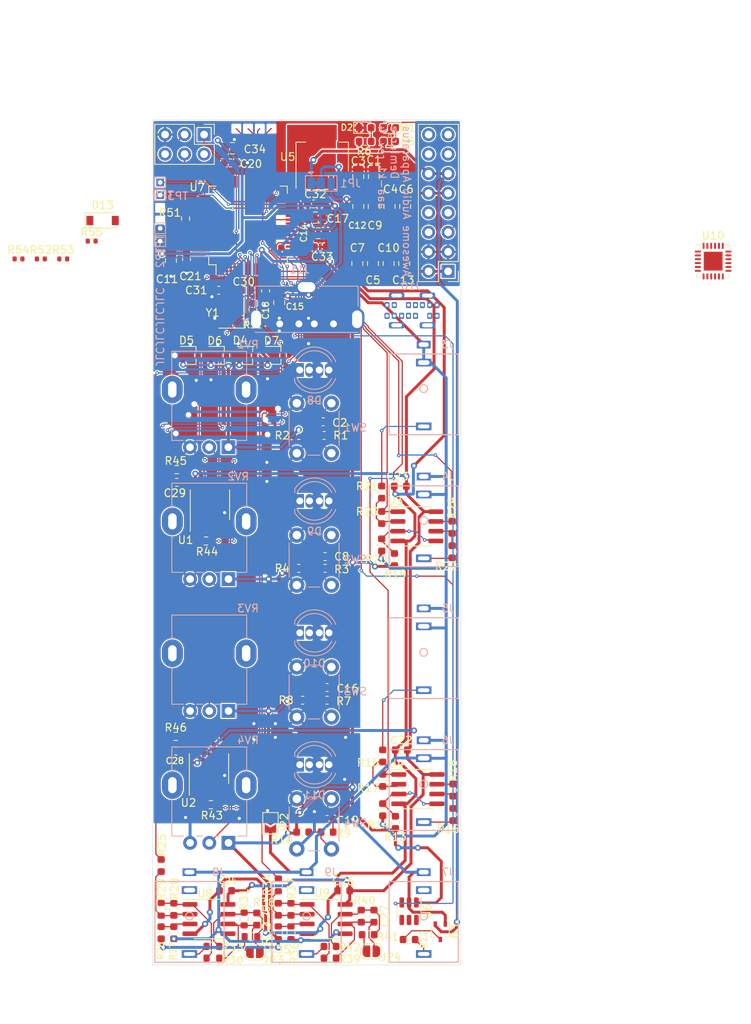
<source format=kicad_pcb>
(kicad_pcb (version 20211014) (generator pcbnew)
  (title_block (title "Demiurge-V") (date "2022-05-20") (rev "A") (company "Awesome Audio Apparatus") (comment 1 "aaa-v1"))
  (layers (0 "F.Cu" signal) (31 "B.Cu" signal) (34 "B.Paste" user) (35 "F.Paste" user) (36 "B.SilkS" user "B.Silkscreen") (37 "F.SilkS" user "F.Silkscreen") (38 "B.Mask" user) (39 "F.Mask" user) (44 "Edge.Cuts" user))
  (net 0 "")
  (net 1 "+3V3")
  (net 2 "+5V")
  (net 3 "Net-(D2-Pad2)")
  (net 4 "+12V")
  (net 5 "-12V")
  (net 6 "GNDA")
  (net 7 "Net-(J4-PadT)")
  (net 8 "Net-(J7-PadT)")
  (net 9 "GND")
  (net 10 "0")
  (net 11 "Net-(C25-Pad1)")
  (net 12 "Net-(C25-Pad2)")
  (net 13 "EN")
  (net 14 "B1")
  (net 15 "B2")
  (net 16 "B3")
  (net 17 "Net-(D1-Pad2)")
  (net 18 "Net-(J3-PadT)")
  (net 19 "Net-(JP4-Pad2)")
  (net 20 "Net-(R7-Pad1)")
  (net 21 "Net-(R10-Pad1)")
  (net 22 "Net-(R1-Pad1)")
  (net 23 "Net-(C27-Pad1)")
  (net 24 "Net-(R3-Pad1)")
  (net 25 "Net-(R37-Pad1)")
  (net 26 "Net-(J8-PadT)")
  (net 27 "Net-(J9-PadT)")
  (net 28 "DIO0")
  (net 29 "DIR0")
  (net 30 "Net-(C27-Pad2)")
  (net 31 "Net-(D1-Pad1)")
  (net 32 "Net-(D3-Pad3)")
  (net 33 "POT3")
  (net 34 "POT1")
  (net 35 "POT2")
  (net 36 "POT4")
  (net 37 "B0")
  (net 46 "SWCLK")
  (net 47 "SWDIO")
  (net 48 "Net-(C30-Pad1)")
  (net 49 "Net-(J5-PadT)")
  (net 50 "Net-(J6-PadT)")
  (net 51 "Net-(TP1-Pad1)")
  (net 54 "Net-(JP3-Pad2)")
  (net 55 "Net-(C31-Pad1)")
  (net 56 "Net-(R13-Pad1)")
  (net 57 "/Analog-In2/Input1")
  (net 58 "/Analog-In2/Input2")
  (net 59 "Net-(R15-Pad1)")
  (net 60 "Net-(R16-Pad1)")
  (net 61 "Net-(R19-Pad1)")
  (net 62 "/Analog-In1/Input1")
  (net 63 "/Analog-In1/Input2")
  (net 64 "Net-(R25-Pad1)")
  (net 65 "DAC2")
  (net 66 "Net-(R28-Pad1)")
  (net 67 "Net-(R34-Pad1)")
  (net 68 "DAC1")
  (net 69 "Net-(R21-Pad1)")
  (net 70 "Net-(R22-Pad1)")
  (net 71 "Net-(R43-Pad1)")
  (net 72 "Net-(R44-Pad1)")
  (net 73 "Net-(R45-Pad1)")
  (net 74 "Net-(R46-Pad1)")
  (net 75 "Net-(RV1-Pad2)")
  (net 76 "Net-(RV2-Pad2)")
  (net 77 "Net-(RV3-Pad2)")
  (net 78 "Net-(TP3-Pad1)")
  (net 79 "Net-(TP4-Pad1)")
  (net 84 "Net-(RV4-Pad2)")
  (net 85 "Net-(TP2-Pad1)")
  (net 95 "USB1_DM")
  (net 96 "USB1_DP")
  (net 100 "USB2_DP")
  (net 102 "/VIN")
  (net 103 "USB2_DM")
  (net 104 "VBUS")
  (net 105 "SWO")
  (net 106 "Net-(J10-PadA5)")
  (net 107 "Net-(J10-PadB5)")
  (net 108 "Net-(J10-PadA6)")
  (net 109 "Net-(J10-PadA7)")
  (net 110 "Net-(U8-Pad3)")
  (net 111 "Net-(U9-Pad3)")
  (net 112 "L0_R")
  (net 113 "L0_G")
  (net 114 "L0_B")
  (net 115 "L1_R")
  (net 116 "L1_G")
  (net 117 "L1_B")
  (net 118 "L2_R")
  (net 119 "L2_G")
  (net 120 "L2_B")
  (net 121 "L3_R")
  (net 122 "L3_G")
  (net 123 "L3_B")
  (net 126 "unconnected-(U7-Pad40)")
  (net 127 "unconnected-(U7-Pad39)")
  (net 128 "unconnected-(U7-Pad38)")
  (net 129 "unconnected-(U7-Pad37)")
  (net 130 "/Pot+LED/GPINT")
  (net 131 "/Pot+LED/GPRST")
  (net 132 "unconnected-(U7-Pad33)")
  (net 133 "/Pot+LED/SDA")
  (net 134 "/Pot+LED/SCL")
  (footprint "Capacitor_SMD:C_0603_1608Metric" (layer "F.Cu") (at 80.899 68.9355 -90)
    (fp_text reference "C21")
    (fp_text value "100nF")
  )
  (footprint "Capacitor_SMD:C_0603_1608Metric" (layer "F.Cu") (at 98.679 90.043 180)
    (fp_text reference "C2")
    (fp_text value "100nF")
  )
  (footprint "Capacitor_SMD:C_0805_2012Metric" (layer "F.Cu") (at 105.283 62.0545 -90)
    (fp_text reference "C9")
    (fp_text value "22uF")
  )
  (footprint "Capacitor_SMD:C_0603_1608Metric" (layer "F.Cu") (at 108.712 98.425 180)
    (fp_text reference "C23")
    (fp_text value "100nF")
  )
  (footprint "Package_TO_SOT_SMD:SOT-323_SC-70" (layer "F.Cu") (at 81.407 81.407)
    (fp_text reference "D5")
    (fp_text value "BAT54SW")
  )
  (footprint "Resistor_SMD:R_0603_1608Metric" (layer "F.Cu") (at 109.855 157.353 180)
    (fp_text reference "R12")
    (fp_text value "1k")
  )
  (footprint "Resistor_SMD:R_0603_1608Metric" (layer "F.Cu") (at 106.426 140.462 90)
    (fp_text reference "R14")
    (fp_text value "13k")
  )
  (footprint "Resistor_SMD:R_0603_1608Metric" (layer "F.Cu") (at 106.426 133.477 90)
    (fp_text reference "R15")
    (fp_text value "20k")
  )
  (footprint "Resistor_SMD:R_0603_1608Metric" (layer "F.Cu") (at 98.933 109.093)
    (fp_text reference "R3")
    (fp_text value "10k")
  )
  (footprint "Resistor_SMD:R_0603_1608Metric" (layer "F.Cu") (at 95.504 109.093 180)
    (fp_text reference "R4")
    (fp_text value "10k")
  )
  (footprint "Resistor_SMD:R_0603_1608Metric" (layer "F.Cu") (at 99.187 126.238)
    (fp_text reference "R7")
    (fp_text value "10k")
  )
  (footprint "Resistor_SMD:R_0603_1608Metric" (layer "F.Cu") (at 96.012 126.238 180)
    (fp_text reference "R8")
    (fp_text value "10k")
  )
  (footprint "Resistor_SMD:R_0603_1608Metric" (layer "F.Cu") (at 106.426 136.652 -90)
    (fp_text reference "R17")
    (fp_text value "3k3")
  )
  (footprint "Resistor_SMD:R_0603_1608Metric" (layer "F.Cu") (at 99.187 143.383)
    (fp_text reference "R9")
    (fp_text value "10k")
  )
  (footprint "Resistor_SMD:R_0603_1608Metric" (layer "F.Cu") (at 96.012 143.383 180)
    (fp_text reference "R10")
    (fp_text value "10k")
  )
  (footprint "Resistor_SMD:R_0603_1608Metric" (layer "F.Cu") (at 115.443 103.759 -90)
    (fp_text reference "R24")
    (fp_text value "3k3")
  )
  (footprint "Resistor_SMD:R_0603_1608Metric" (layer "F.Cu") (at 94.488 153.416 -90)
    (fp_text reference "R37")
    (fp_text value "10k")
  )
  (footprint "Resistor_SMD:R_0603_1608Metric" (layer "F.Cu") (at 99.568 159.766 180)
    (fp_text reference "R39")
    (fp_text value "10k")
  )
  (footprint "Resistor_SMD:R_0603_1608Metric" (layer "F.Cu") (at 103.632 154.305 -90)
    (fp_text reference "R40")
    (fp_text value "20k")
  )
  (footprint "Resistor_SMD:R_0603_1608Metric" (layer "F.Cu") (at 83.439 105.537)
    (fp_text reference "R44")
    (fp_text value "100")
  )
  (footprint "Package_SO:SOIC-8_3.9x4.9mm_P1.27mm" (layer "F.Cu") (at 83.82 135.128 90)
    (fp_text reference "U2")
    (fp_text value "TL072")
  )
  (footprint "LED_SMD:LED_0603_1608Metric" (layer "F.Cu") (at 104.14 51.816)
    (fp_text reference "D2")
    (fp_text value "Green")
  )
  (footprint "Package_TO_SOT_SMD:SOT-323_SC-70" (layer "F.Cu") (at 113.919 156.337 -90)
    (fp_text reference "D3")
    (fp_text value "BAT54SW")
  )
  (footprint "Resistor_SMD:R_0603_1608Metric" (layer "F.Cu") (at 104.14 53.594)
    (fp_text reference "R6")
    (fp_text value "2k")
  )
  (footprint "Resistor_SMD:R_0603_1608Metric" (layer "F.Cu") (at 107.315 53.594)
    (fp_text reference "R5")
    (fp_text value "2k")
  )
  (footprint "LED_SMD:LED_0603_1608Metric" (layer "F.Cu") (at 107.315 51.816 180)
    (fp_text reference "D1")
    (fp_text value "Red")
  )
  (footprint "Capacitor_SMD:C_0805_2012Metric" (layer "F.Cu") (at 92.964 74.549 -90)
    (fp_text reference "C15")
    (fp_text value "22uF")
  )
  (footprint "Capacitor_SMD:C_0603_1608Metric" (layer "F.Cu") (at 91.186 73.025 -90)
    (fp_text reference "C18")
    (fp_text value "100nF")
  )
  (footprint "Capacitor_SMD:C_0805_2012Metric" (layer "F.Cu") (at 105.283 58.166 90)
    (fp_text reference "C1")
    (fp_text value "22uF")
  )
  (footprint "Capacitor_SMD:C_0805_2012Metric" (layer "F.Cu") (at 109.22 69.469 -90)
    (fp_text reference "C13")
    (fp_text value "22uF" hide)
  )
  (footprint "Capacitor_SMD:C_0805_2012Metric" (layer "F.Cu") (at 98.044 65.532)
    (fp_text reference "C14")
    (fp_text value "22uF" hide)
  )
  (footprint "Capacitor_SMD:C_0805_2012Metric" (layer "F.Cu") (at 107.188 69.469 -90)
    (fp_text reference "C10")
    (fp_text value "22uF" hide)
  )
  (footprint "Capacitor_SMD:C_0805_2012Metric" (layer "F.Cu") (at 78.867 69.088 -90)
    (fp_text reference "C11")
    (fp_text value "22uF" hide)
  )
  (footprint "Capacitor_SMD:C_0805_2012Metric" (layer "F.Cu") (at 105.156 69.469 -90)
    (fp_text reference "C5")
    (fp_text value "22uF" hide)
  )
  (footprint "Capacitor_SMD:C_0603_1608Metric" (layer "F.Cu") (at 101.346 151.003 180)
    (fp_text reference "C26")
    (fp_text value "100nF")
  )
  (footprint "Resistor_SMD:R_0603_1608Metric" (layer "F.Cu") (at 92.837 153.416 -90)
    (fp_text reference "R38")
    (fp_text value "10k")
  )
  (footprint "Resistor_SMD:R_0603_1608Metric" (layer "F.Cu") (at 79.629 96.266 180)
    (fp_text reference "R45")
    (fp_text value "100")
  )
  (footprint "Resistor_SMD:R_0603_1608Metric" (layer "F.Cu") (at 79.502 130.937 180)
    (fp_text reference "R46")
    (fp_text value "100")
  )
  (footprint "Jumper:SolderJumper-2_P1.3mm_Open_RoundedPad1.0x1.5mm" (layer "F.Cu") (at 104.9528 158.877 180)
    (fp_text reference "JP4")
    (fp_text value "~")
  )
  (footprint "Resistor_SMD:R_0603_1608Metric" (layer "F.Cu") (at 115.57 141.097 -90)
    (fp_text reference "R16")
    (fp_text value "20k")
  )
  (footprint "Resistor_SMD:R_0603_1608Metric" (layer "F.Cu") (at 106.299 99.187 90)
    (fp_text reference "R21")
    (fp_text value "20k")
  )
  (footprint "Resistor_SMD:R_0603_1608Metric" (layer "F.Cu") (at 77.597 147.7264 90)
    (fp_text reference "R25")
    (fp_text value "1k")
  )
  (footprint "Resistor_SMD:R_0603_1608Metric" (layer "F.Cu") (at 115.57 137.922 -90)
    (fp_text reference "R18")
    (fp_text value "3k3")
  )
  (footprint "Resistor_SMD:R_0603_1608Metric" (layer "F.Cu") (at 115.443 106.934 -90)
    (fp_text reference "R22")
    (fp_text value "20k")
  )
  (footprint "Resistor_SMD:R_0603_1608Metric" (layer "F.Cu") (at 106.299 102.489 -90)
    (fp_text reference "R23")
    (fp_text value "3k3")
  )
  (footprint "Resistor_SMD:R_0603_1608Metric" (layer "F.Cu") (at 77.597 156.464 90)
    (fp_text reference "R26")
    (fp_text value "36k")
  )
  (footprint "Resistor_SMD:R_0603_1608Metric" (layer "F.Cu") (at 79.248 156.464 -90)
    (fp_text reference "R27")
    (fp_text value "22k")
  )
  (footprint "Resistor_SMD:R_0603_1608Metric" (layer "F.Cu") (at 95.504 91.821 180)
    (fp_text reference "R2")
    (fp_text value "10k")
  )
  (footprint "Capacitor_SMD:C_0603_1608Metric" (layer "F.Cu") (at 85.979 151.003 180)
    (fp_text reference "C24")
    (fp_text value "100nF")
  )
  (footprint "Capacitor_SMD:C_0603_1608Metric" (layer "F.Cu") (at 90.043 154.686 90)
    (fp_text reference "C25")
    (fp_text value "1nF")
  )
  (footprint "Resistor_SMD:R_0603_1608Metric" (layer "F.Cu") (at 98.806 91.821)
    (fp_text reference "R1")
    (fp_text value "10k")
  )
  (footprint "Resistor_SMD:R_0603_1608Metric" (layer "F.Cu") (at 106.299 106.045 90)
    (fp_text reference "R20")
    (fp_text value "13k")
  )
  (footprint "Package_TO_SOT_SMD:SOT-323_SC-70" (layer "F.Cu") (at 88.773 81.407)
    (fp_text reference "D4")
    (fp_text value "BAT54SW")
  )
  (footprint "Capacitor_SMD:C_0805_2012Metric" (layer "F.Cu") (at 103.124 69.469 -90)
    (fp_text reference "C7")
    (fp_text value "22uF" hide)
  )
  (footprint "Capacitor_SMD:C_0805_2012Metric" (layer "F.Cu") (at 109.347 62.0545 -90)
    (fp_text reference "C6")
    (fp_text value "22uF" hide)
  )
  (footprint "Capacitor_SMD:C_0603_1608Metric" (layer "F.Cu") (at 79.629 97.917 180)
    (fp_text reference "C29")
    (fp_text value "100nF")
  )
  (footprint "Capacitor_SMD:C_0603_1608Metric" (layer "F.Cu") (at 86.614 56.388)
    (fp_text reference "C20")
    (fp_text value "100nF")
  )
  (footprint "Resistor_SMD:R_0603_1608Metric" (layer "F.Cu") (at 89.535 75.438 90)
    (fp_text reference "R11")
    (fp_text value "10k")
  )
  (footprint "Capacitor_SMD:C_0603_1608Metric" (layer "F.Cu") (at 79.502 132.842 180)
    (fp_text reference "C28")
    (fp_text value "100nF")
  )
  (footprint "Jumper:SolderJumper-2_P1.3mm_Open_TrianglePad1.0x1.5mm" (layer "F.Cu") (at 91.821 142.24 -90)
    (fp_text reference "JP2")
    (fp_text value "SolderJumper_2_Open")
  )
  (footprint "Capacitor_SMD:C_0805_2012Metric" (layer "F.Cu") (at 103.251 58.166 90)
    (fp_text reference "C3")
    (fp_text value "22uF")
  )
  (footprint "Capacitor_SMD:C_0805_2012Metric" (layer "F.Cu") (at 103.251 62.0545 -90)
    (fp_text reference "C12")
    (fp_text value "22uF")
  )
  (footprint "Capacitor_SMD:C_0805_2012Metric" (layer "F.Cu") (at 97.663 63.5)
    (fp_text reference "C17")
    (fp_text value "22uF")
  )
  (footprint "Capacitor_SMD:C_0603_1608Metric" (layer "F.Cu") (at 99.187 124.587 180)
    (fp_text reference "C16")
    (fp_text value "100nF")
  )
  (footprint "Capacitor_SMD:C_0603_1608Metric" (layer "F.Cu") (at 99.187 141.732 180)
    (fp_text reference "C19")
    (fp_text value "100nF")
  )
  (footprint "Connector_PinHeader_2.54mm:PinHeader_2x08_P2.54mm_Vertical" (layer "F.Cu") (at 114.935 70.485 180)
    (fp_text reference "J1" hide)
    (fp_text value "~")
  )
  (footprint "Capacitor_SMD:C_0805_2012Metric" (layer "F.Cu") (at 107.315 62.0545 -90)
    (fp_text reference "C4")
    (fp_text value "22uF" hide)
  )
  (footprint "Resistor_SMD:R_0603_1608Metric" (layer "F.Cu") (at 108.077 142.113 -90)
    (fp_text reference "R13")
    (fp_text value "18k")
  )
  (footprint "Resistor_SMD:R_0603_1608Metric" (layer "F.Cu") (at 107.95 107.95 -90)
    (fp_text reference "R19")
    (fp_text value "18k")
  )
  (footprint "Resistor_SMD:R_0603_1608Metric" (layer "F.Cu") (at 84.074 139.827)
    (fp_text reference "R43")
    (fp_text value "100")
  )
  (footprint "Package_TO_SOT_SMD:SOT-323_SC-70" (layer "F.Cu") (at 92.456 81.407)
    (fp_text reference "D7")
    (fp_text value "BAT54SW")
  )
  (footprint "Package_TO_SOT_SMD:SOT-323_SC-70" (layer "F.Cu") (at 85.09 81.407)
    (fp_text reference "D6")
    (fp_text value "BAT54SW")
  )
  (footprint "Package_TO_SOT_SMD:SOT-23-6" (layer "F.Cu") (at 109.855 153.67 -90)
    (fp_text reference "U6")
    (fp_text value "74LVC1T45FZ4-7")
  )
  (footprint "Capacitor_SMD:C_0603_1608Metric" (layer "F.Cu") (at 98.933 107.569 180)
    (fp_text reference "C8")
    (fp_text value "100nF")
  )
  (footprint "Capacitor_SMD:C_0603_1608Metric" (layer "F.Cu") (at 105.283 154.305 90)
    (fp_text reference "C27")
    (fp_text value "1nF")
  )
  (footprint "Resistor_SMD:R_0603_1608Metric" (layer "F.Cu") (at 77.597 153.416 -90)
    (fp_text reference "R29")
    (fp_text value "10k")
  )
  (footprint "Resistor_SMD:R_0603_1608Metric" (layer "F.Cu") (at 84.328 159.766 180)
    (fp_text reference "R30")
    (fp_text value "10k")
  )
  (footprint "Resistor_SMD:R_0603_1608Metric" (layer "F.Cu") (at 89.281 156.972 180)
    (fp_text reference "R32")
    (fp_text value "20k")
  )
  (footprint "Resistor_SMD:R_0603_1608Metric" (layer "F.Cu") (at 92.837 150.241 90)
    (fp_text reference "R34")
    (fp_text value "1k")
  )
  (footprint "Resistor_SMD:R_0603_1608Metric" (layer "F.Cu") (at 92.837 156.464 90)
    (fp_text reference "R35")
    (fp_text value "36k")
  )
  (footprint "Resistor_SMD:R_0603_1608Metric" (layer "F.Cu") (at 94.488 156.464 -90)
    (fp_text reference "R36")
    (fp_text value "22k")
  )
  (footprint "Resistor_SMD:R_0603_1608Metric" (layer "F.Cu") (at 84.328 158.242)
    (fp_text reference "R33")
    (fp_text value "100")
  )
  (footprint "Resistor_SMD:R_0603_1608Metric" (layer "F.Cu") (at 88.392 154.686 -90)
    (fp_text reference "R31")
    (fp_text value "20k")
  )
  (footprint "Resistor_SMD:R_0603_1608Metric" (layer "F.Cu") (at 104.521 156.718 180)
    (fp_text reference "R41")
    (fp_text value "20k")
  )
  (footprint "Resistor_SMD:R_0603_1608Metric" (layer "F.Cu") (at 99.568 158.242)
    (fp_text reference "R42")
    (fp_text value "100")
  )
  (footprint "Connector_PinHeader_2.54mm:PinHeader_2x03_P2.54mm_Vertical" (layer "F.Cu") (at 83.185 52.705 -90)
    (fp_text reference "J2" hide)
    (fp_text value "PGM")
  )
  (footprint "Resistor_SMD:R_0603_1608Metric" (layer "F.Cu") (at 79.248 153.416 -90)
    (fp_text reference "R28")
    (fp_text value "10k")
  )
  (footprint "Jumper:SolderJumper-2_P1.3mm_Open_RoundedPad1.0x1.5mm" (layer "F.Cu") (at 89.789 159.004 180)
    (fp_text reference "JP3")
    (fp_text value "~")
  )
  (footprint "Capacitor_SMD:C_0603_1608Metric" (layer "F.Cu") (at 108.839 132.715 180)
    (fp_text reference "C22")
    (fp_text value "100nF")
  )
  (footprint "Diode_SMD:D_SOD-123" (layer "F.Cu") (at 69.977 63.881)
    (fp_text reference "D13")
    (fp_text value "~")
  )
  (footprint "Capacitor_SMD:C_0603_1608Metric" (layer "F.Cu") (at 88.392 72.9488)
    (fp_text reference "C30")
    (fp_text value "12pF")
  )
  (footprint "Resistor_SMD:R_0402_1005Metric" (layer "F.Cu") (at 61.947 68.871)
    (fp_text reference "R52")
    (fp_text value "5.1k")
  )
  (footprint "Package_SO:SOIC-8_3.9x4.9mm_P1.27mm" (layer "F.Cu") (at 83.947 100.838 90)
    (fp_text reference "U1")
    (fp_text value "TL072")
  )
  (footprint "Crystal:Crystal_SMD_3225-4Pin_3.2x2.5mm" (layer "F.Cu") (at 86.741 75.8698 90)
    (fp_text reference "Y1")
    (fp_text value "16MHz")
  )
  (footprint "Resistor_SMD:R_0402_1005Metric" (layer "F.Cu") (at 64.857 68.871)
    (fp_text reference "R53")
    (fp_text value "5.1k")
  )
  (footprint "Resistor_SMD:R_0603_1608Metric" (layer "F.Cu") (at 80.772 63.627 90)
    (fp_text reference "R51")
    (fp_text value "10k")
  )
  (footprint "Package_SO:SOIC-8_3.9x4.9mm_P1.27mm" (layer "F.Cu") (at 110.998 137.795)
    (fp_text reference "U4")
    (fp_text value "TL072")
  )
  (footprint "Capacitor_SMD:C_0603_1608Metric" (layer "F.Cu") (at 85.09 72.9488 180)
    (fp_text reference "C31")
    (fp_text value "20pF")
  )
  (footprint "Capacitor_SMD:C_0603_1608Metric" (layer "F.Cu") (at 98.298 67.31)
    (fp_text reference "C33")
    (fp_text value "100nF")
  )
  (footprint "Package_DFN_QFN:VQFN-24-1EP_4x4mm_P0.5mm_EP2.45x2.45mm" (layer "F.Cu") (at 149.418 69.161)
    (fp_text reference "U10")
    (fp_text value "AW9523BTQR")
  )
  (footprint "Package_SO:SOIC-8_3.9x4.9mm_P1.27mm" (layer "F.Cu") (at 83.82 154.686)
    (fp_text reference "U8")
    (fp_text value "TL072")
  )
  (footprint "Package_SO:SOIC-8_3.9x4.9mm_P1.27mm" (layer "F.Cu") (at 110.871 103.632)
    (fp_text reference "U3")
    (fp_text value "TL072")
  )
  (footprint "Package_TO_SOT_SMD:SOT-223-3_TabPin2" (layer "F.Cu") (at 98.552 55.6 90)
    (fp_text reference "U5")
    (fp_text value "AMS1117-3.3")
  )
  (footprint "Resistor_SMD:R_0402_1005Metric" (layer "F.Cu") (at 59.037 68.871)
    (fp_text reference "R54")
    (fp_text value "22R")
  )
  (footprint "Capacitor_SMD:C_0805_2012Metric" (layer "F.Cu") (at 86.868 54.483)
    (fp_text reference "C34")
    (fp_text value "22uF")
  )
  (footprint "Resistor_SMD:R_0402_1005Metric" (layer "F.Cu") (at 68.557 66.551)
    (fp_text reference "R55")
    (fp_text value "22R")
  )
  (footprint "Package_QFP:LQFP-64_10x10mm_P0.5mm" (layer "F.Cu") (at 88.9 64.516 90)
    (fp_text reference "U7")
    (fp_text value "CH32V307RCT6")
  )
  (footprint "Package_SO:SOIC-8_3.9x4.9mm_P1.27mm" (layer "F.Cu") (at 99.06 154.686)
    (fp_text reference "U9")
    (fp_text value "TL072")
  )
  (footprint "Capacitor_SMD:C_0603_1608Metric" (layer "F.Cu") (at 97.409 61.722)
    (fp_text reference "C32")
    (fp_text value "100nF")
  )
  (footprint "Button_Switch_THT:SW_PUSH_6mm_H8mm" (layer "B.Cu") (at 95.25 104.775 -90)
    (fp_text reference "SW2")
    (fp_text value "~")
  )
  (footprint "Button_Switch_THT:SW_PUSH_6mm_H8mm" (layer "B.Cu") (at 95.25 121.92 -90)
    (fp_text reference "SW3")
    (fp_text value "~")
  )
  (footprint "aaa:PJ301M-12" (layer "B.Cu") (at 111.76 154.305)
    (fp_text reference "J7")
    (fp_text value "~")
  )
  (footprint "aaa:PJ301M-12" (layer "B.Cu") (at 111.76 85.725)
    (fp_text reference "J3")
    (fp_text value "~")
  )
  (footprint "Jumper:SolderJumper-3_P1.3mm_Bridged12_Pad1.0x1.5mm" (layer "B.Cu") (at 98.425 59.055)
    (fp_text reference "JP1")
    (fp_text value "~")
  )
  (footprint "Button_Switch_THT:SW_PUSH_6mm_H8mm" (layer "B.Cu") (at 95.25 139.065 -90)
    (fp_text reference "SW4")
    (fp_text value "~")
  )
  (footprint "aaa:PJ301M-12" (layer "B.Cu") (at 96.52 154.305)
    (fp_text reference "J9")
    (fp_text value "~")
  )
  (footprint "aaa:Potentiometer_Alpha_RD901F-40-00D_Single_Vertical" (layer "B.Cu") (at 86.346 93.345 90)
    (fp_text reference "RV1")
    (fp_text value "~")
  )
  (footprint "aaa:Potentiometer_Alpha_RD901F-40-00D_Single_Vertical" (layer "B.Cu") (at 86.36 144.78 90)
    (fp_text reference "RV4")
    (fp_text value "~")
  )
  (footprint "aaa:PJ301M-12" (layer "B.Cu") (at 111.76 137.16)
    (fp_text reference "J6")
    (fp_text value "~")
  )
  (footprint "aaa:PJ301M-12" (layer "B.Cu") (at 111.76 120.015)
    (fp_text reference "J5")
    (fp_text value "~")
  )
  (footprint "aaa:PJ301M-12" (layer "B.Cu") (at 111.76 102.87)
    (fp_text reference "J4")
    (fp_text value "~")
  )
  (footprint "aaa:Potentiometer_Alpha_RD901F-40-00D_Single_Vertical" (layer "B.Cu") (at 86.36 110.49 90)
    (fp_text reference "RV2")
    (fp_text value "~")
  )
  (footprint "LED_THT:LED_D5.0mm-4_RGB" (layer "B.Cu") (at 95.621 83.312)
    (fp_text reference "D8")
    (fp_text value "~")
  )
  (footprint "aaa:Potentiometer_Alpha_RD901F-40-00D_Single_Vertical" (layer "B.Cu") (at 86.36 127.635 90)
    (fp_text reference "RV3")
    (fp_text value "~")
  )
  (footprint "Button_Switch_THT:SW_PUSH_6mm_H8mm" (layer "B.Cu") (at 95.25 87.63 -90)
    (fp_text reference "SW1")
    (fp_text value "~")
  )
  (footprint "aaa:PJ301M-12" (layer "B.Cu") (at 81.28 154.305)
    (fp_text reference "J8")
    (fp_text value "~")
  )
  (footprint "aaa:TestPoint_THTPad_1.0x1.0mm_Drill0.6mm" (layer "B.Cu") (at 77.47 64.897)
    (fp_text reference "TP1")
    (fp_text value "~")
  )
  (footprint "aaa:TestPoint_THTPad_1.0x1.0mm_Drill0.6mm" (layer "B.Cu") (at 77.47 66.548)
    (fp_text reference "TP2")
    (fp_text value "~")
  )
  (footprint "aaa:TestPoint_THTPad_1.0x1.0mm_Drill0.6mm" (layer "B.Cu") (at 77.47 58.928)
    (fp_text reference "TP4")
    (fp_text value "~")
  )
  (footprint "aaa:TestPoint_THTPad_1.0x1.0mm_Drill0.6mm" (layer "B.Cu") (at 77.47 60.579)
    (fp_text reference "TP3")
    (fp_text value "~")
  )
  (footprint "LED_THT:LED_D5.0mm-4_RGB" (layer "B.Cu") (at 95.636 100.33)
    (fp_text reference "D9")
    (fp_text value "~")
  )
  (footprint "LED_THT:LED_D5.0mm-4_RGB" (layer "B.Cu") (at 95.631 134.62)
    (fp_text reference "D11")
    (fp_text value "~")
  )
  (footprint "LED_THT:LED_D5.0mm-4_RGB" (layer "B.Cu") (at 95.636 117.475)
    (fp_text reference "D10")
    (fp_text value "~")
  )
  (footprint "aaa:USB_C_Receptacle_Vertical" (layer "B.Cu") (at 110.236 75.565 180)
    (fp_text reference "J10")
    (fp_text value "USB_C_Receptacle_USB2.0")
  )
  (footprint "Connector_USB:USB_A_Molex_105057_Vertical" (layer "B.Cu") (at 100.02 77.315 180)
    (fp_text reference "J11")
    (fp_text value "USB_A")
  )
  (gr_line (start 76.454 160.655) (end 76.454 50.8) (layer "Edge.Cuts") (width 0.05))
  (gr_line (start 116.586 160.655) (end 76.454 160.655) (layer "Edge.Cuts") (width 0.05))
  (gr_line (start 116.586 50.8) (end 116.586 160.655) (layer "Edge.Cuts") (width 0.05))
  (gr_line (start 76.454 50.8) (end 116.586 50.8) (layer "Edge.Cuts") (width 0.05))
  (gr_text "Awesome Audio Apparatus\nDemiurge\naaa-k1 rev. 4" (at 107.95 51.435 270) (layer "B.SilkS") (effects (font (size 1 1)) (justify right mirror)))
  (gr_text "JLCJLCJLCJLC" (at 77.4 77.7 270) (layer "B.SilkS") (effects (font (size 1 1)) (justify mirror)))
  (segment (start 81.0675 68.266) (end 80.899 68.0975) (width 0.381) (layer "F.Cu") (net 1))
  (segment (start 87.757 82.677) (end 87.757 82.073) (width 0.381) (layer "F.Cu") (net 1))
  (segment (start 96.634 60.947) (end 96.634 61.722) (width 0.381) (layer "F.Cu") (net 1))
  (segment (start 97.142 65.5675) (end 97.1065 65.532) (width 0.381) (layer "F.Cu") (net 1))
  (segment (start 91.694 153.55135) (end 91.694 150.114) (width 0.381) (layer "F.Cu") (net 1))
  (segment (start 92.219494 72.2375) (end 91.186 72.2375) (width 0.381) (layer "F.Cu") (net 1))
  (segment (start 77.597 157.2515) (end 77.597 158.115) (width 0.381) (layer "F.Cu") (net 1))
  (segment (start 92.964 72.982006) (end 92.219494 72.2375) (width 0.381) (layer "F.Cu") (net 1))
  (segment (start 102.489 137.541) (end 102.489 77.851) (width 0.381) (layer "F.Cu") (net 1))
  (segment (start 85.918 54.483) (end 85.918 54.422) (width 0.381) (layer "F.Cu") (net 1))
  (segment (start 85.918 56.2965) (end 85.8265 56.388) (width 0.381) (layer "F.Cu") (net 1))
  (segment (start 78.89 68.0975) (end 78.867 68.1205) (width 0.381) (layer "F.Cu") (net 1))
  (segment (start 107.868099 143.109401) (end 105.009401 143.109401) (width 0.381) (layer "F.Cu") (net 1))
  (segment (start 96.774 63.561) (end 96.774 64.516) (width 0.381) (layer "F.Cu") (net 1))
  (segment (start 98.552 58.75) (end 98.552 60.325) (width 0.381) (layer "F.Cu") (net 1))
  (segment (start 94.728504 91.821) (end 95.496856 91.052648) (width 0.381) (layer "F.Cu") (net 1))
  (segment (start 95.2245 141.732) (end 95.2245 141.2495) (width 0.381) (layer "F.Cu") (net 1))
  (segment (start 94.107 143.51) (end 94.107 142.066744) (width 0.381) (layer "F.Cu") (net 1))
  (segment (start 108.077 145.034) (end 108.458 145.415) (width 0.381) (layer "F.Cu") (net 1))
  (segment (start 94.7165 91.821) (end 94.728504 91.821) (width 0.381) (layer "F.Cu") (net 1))
  (segment (start 96.713 61.801) (end 96.634 61.722) (width 0.381) (layer "F.Cu") (net 1))
  (segment (start 114.046 147.193) (end 114.046 151.892) (width 0.381) (layer "F.Cu") (net 1))
  (segment (start 108.077 142.9005) (end 108.077 145.034) (width 0.381) (layer "F.Cu") (net 1))
  (segment (start 96.713 63.5) (end 96.713 61.801) (width 0.381) (layer "F.Cu") (net 1))
  (segment (start 77.597 158.115) (end 77.851 158.369) (width 0.381) (layer "F.Cu") (net 1))
  (segment (start 92.964 73.6115) (end 92.964 72.982006) (width 0.381) (layer "F.Cu") (net 1))
  (segment (start 94.575 67.266) (end 97.098 67.266) (width 0.3048) (layer "F.Cu") (net 1))
  (segment (start 77.8025 68.1205) (end 77.724 68.199) (width 0.381) (layer "F.Cu") (net 1))
  (segment (start 83.225 68.266) (end 81.0675 68.266) (width 0.381) (layer "F.Cu") (net 1))
  (segment (start 97.1065 65.532) (end 97.1065 64.8485) (width 0.381) (layer "F.Cu") (net 1))
  (segment (start 97.098 67.266) (end 97.142 67.31) (width 0.381) (layer "F.Cu") (net 1))
  (segment (start 107.8485 108.839) (end 107.95 108.7375) (width 0.381) (layer "F.Cu") (net 1))
  (segment (start 113.368 152.57) (end 110.705 152.57) (width 0.3302) (layer "F.Cu") (net 1))
  (segment (start 93.98 126.365) (end 95.0975 126.365) (width 0.381) (layer "F.Cu") (net 1))
  (segment (start 84.074 82.073) (end 84.09 82.057) (width 0.381) (layer "F.Cu") (net 1))
  (segment (start 114.046 151.892) (end 113.368 152.57) (width 0.3556) (layer "F.Cu") (net 1))
  (segment (start 91.15 72.2015) (end 91.15 70.191) (width 0.3048) (layer "F.Cu") (net 1))
  (segment (start 94.06358 73.66) (end 94.488 74.08442) (width 0.381) (layer "F.Cu") (net 1))
  (segment (start 112.268 145.415) (end 114.046 147.193) (width 0.381) (layer "F.Cu") (net 1))
  (segment (start 98.171002 73.533002) (end 96.773999 73.533002) (width 0.381) (layer "F.Cu") (net 1))
  (segment (start 92.837 157.289) (end 91.928401 156.380401) (width 0.381) (layer "F.Cu") (net 1))
  (segment (start 94.107 142.066744) (end 91.567 139.526744) (width 0.381) (layer "F.Cu") (net 1))
  (segment (start 94.01508 73.6115) (end 94.06358 73.66) (width 0.381) (layer "F.Cu") (net 1))
  (segment (start 102.489 140.589) (end 102.489 137.541) (width 0.381) (layer "F.Cu") (net 1))
  (segment (start 91.0335 77.343) (end 89.535 75.8445) (width 0.381) (layer "F.Cu") (net 1))
  (segment (start 94.107 143.51) (end 95.0975 143.51) (width 0.381) (layer "F.Cu") (net 1))
  (segment (start 95.0975 143.51) (end 95.2245 143.383) (width 0.381) (layer "F.Cu") (net 1))
  (segment (start 95.2245 143.383) (end 95.2245 141.732) (width 0.381) (layer "F.Cu") (net 1))
  (segment (start 80.899 68.0975) (end 78.89 68.0975) (width 0.381) (layer "F.Cu") (net 1))
  (segment (start 80.407 82.566732) (end 80.454134 82.613866) (width 0.381) (layer "F.Cu") (net 1))
  (segment (start 92.964 73.6115) (end 94.01508 73.6115) (width 0.381) (layer "F.Cu") (net 1))
  (segment (start 95.0975 126.365) (end 95.2245 126.238) (width 0.381) (layer "F.Cu") (net 1))
  (segment (start 110.998 145.415) (end 112.268 145.415) (width 0.381) (layer "F.Cu") (net 1))
  (segment (start 94.7165 109.093) (end 94.7165 107.442) (width 0.381) (layer "F.Cu") (net 1))
  (segment (start 94.488 74.08442) (end 94.488 76.581) (width 0.381) (layer "F.Cu") (net 1))
  (segment (start 108.077 142.9005) (end 107.868099 143.109401) (width 0.381) (layer "F.Cu") (net 1))
  (segment (start 93.345 109.728) (end 94.0815 109.728) (width 0.381) (layer "F.Cu") (net 1))
  (segment (start 85.15 58.841) (end 85.15 56.9375) (width 0.381) (layer "F.Cu") (net 1))
  (segment (start 91.567 139.526744) (end 91.567 127.635) (width 0.381) (layer "F.Cu") (net 1))
  (segment (start 91.928401 156.380401) (end 91.928401 153.785751) (width 0.381) (layer "F.Cu") (net 1))
  (segment (start 89.535 75.8445) (end 89.535 79.909178) (width 0.381) (layer "F.Cu") (net 1))
  (segment (start 91.456 81.830178) (end 91.456 82.057) (width 0.381) (layer "F.Cu") (net 1))
  (segment (start 91.186 72.2375) (end 91.15 72.2015) (width 0.381) (layer "F.Cu") (net 1))
  (segment (start 91.928401 153.785751) (end 91.694 153.55135) (width 0.381) (layer "F.Cu") (net 1))
  (segment (start 91.44 82.073) (end 91.456 82.057) (width 0.381) (layer "F.Cu") (net 1))
  (segment (start 84.074 82.677) (end 84.074 82.073) (width 0.381) (layer "F.Cu") (net 1))
  (segment (start 105.009401 143.109401) (end 102.489 140.589) (width 0.381) (layer "F.Cu") (net 1))
  (segment (start 85.15 56.9375) (end 85.6995 56.388) (width 0.381) (layer "F.Cu") (net 1))
  (segment (start 86.346 93.345) (end 86.346 82.79) (width 0.381) (layer "F.Cu") (net 1))
  (segment (start 94.7165 91.821) (end 94.7165 90.17) (width 0.381) (layer "F.Cu") (net 1))
  (segment (start 89.535 79.909178) (end 91.456 81.830178) (width 0.381) (layer "F.Cu") (net 1))
  (segment (start 97.142 67.31) (end 97.142 65.5675) (width 0.381) (layer "F.Cu") (net 1))
  (segment (start 91.694 150.114) (end 86.36 144.78) (width 0.381) (layer "F.Cu") (net 1))
  (segment (start 95.2245 141.2495) (end 95.631 140.843) (width 0.381) (layer "F.Cu") (net 1))
  (segment (start 78.867 68.1205) (end 77.8025 68.1205) (width 0.381) (layer "F.Cu") (net 1))
  (segment (start 105.41 108.839) (end 107.8485 108.839) (width 0.381) (layer "F.Cu") (net 1))
  (segment (start 98.552 60.325) (end 100.203 61.976) (width 0.381) (layer "F.Cu") (net 1))
  (segment (start 85.918 54.422) (end 84.963 53.467) (width 0.381) (layer "F.Cu") (net 1))
  (segment (start 102.489 77.851) (end 98.171002 73.533002) (width 0.381) (layer "F.Cu") (net 1))
  (segment (start 96.453 60.766) (end 96.634 60.947) (width 0.381) (layer "F.Cu") (net 1))
  (segment (start 85.918 54.483) (end 85.918 56.2965) (width 0.381) (layer "F.Cu") (net 1))
  (segment (start 91.44 82.677) (end 91.44 82.073) (width 0.381) (layer "F.Cu") (net 1))
  (segment (start 80.407 82.057) (end 80.407 82.566732) (width 0.381) (layer "F.Cu") (net 1))
  (segment (start 94.488 76.581) (end 93.726 77.343) (width 0.381) (layer "F.Cu") (net 1))
  (segment (start 94.0815 109.728) (end 94.7165 109.093) (width 0.381) (layer "F.Cu") (net 1))
  (segment (start 91.567 127.635) (end 91.567 110.49) (width 0.381) (layer "F.Cu") (net 1))
  (segment (start 96.713 63.5) (end 96.774 63.561) (width 0.381) (layer "F.Cu") (net 1))
  (segment (start 97.1065 64.8485) (end 96.774 64.516) (width 0.381) (layer "F.Cu") (net 1))
  (segment (start 94.575 60.766) (end 96.453 60.766) (width 0.381) (layer "F.Cu") (net 1))
  (segment (start 92.837 158.369) (end 92.837 157.289) (width 0.381) (layer "F.Cu") (net 1))
  (segment (start 93.726 77.343) (end 91.0335 77.343) (width 0.381) (layer "F.Cu") (net 1))
  (segment (start 87.757 82.073) (end 87.773 82.057) (width 0.381) (layer "F.Cu") (net 1))
  (via (at 96.774 64.516) (size 0.8) (drill 0.4) (layers "F.Cu" "B.Cu") (net 1))
  (via (at 93.98 126.365) (size 0.8) (drill 0.4) (layers "F.Cu" "B.Cu") (net 1))
  (via (at 94.107 143.51) (size 0.8) (drill 0.4) (layers "F.Cu" "B.Cu") (net 1))
  (via (at 100.203 61.976) (size 0.8) (drill 0.4) (layers "F.Cu" "B.Cu") (net 1))
  (via (at 77.724 68.199) (size 0.8) (drill 0.4) (layers "F.Cu" "B.Cu") (net 1))
  (via (at 91.567 127.635) (size 0.8) (drill 0.4) (layers "F.Cu" "B.Cu") (net 1))
  (via (at 96.773999 73.533002) (size 0.8) (drill 0.4) (layers "F.Cu" "B.Cu") (net 1))
  (via (at 91.567 110.49) (size 0.8) (drill 0.4) (layers "F.Cu" "B.Cu") (net 1))
  (via (at 92.837 158.369) (size 0.8) (drill 0.4) (layers "F.Cu" "B.Cu") (net 1))
  (via (at 87.757 82.677) (size 0.8) (drill 0.4) (layers "F.Cu" "B.Cu") (net 1))
  (via (at 77.851 158.369) (size 0.8) (drill 0.4) (layers "F.Cu" "B.Cu") (net 1))
  (via (at 84.074 82.677) (size 0.8) (drill 0.4) (layers "F.Cu" "B.Cu") (net 1))
  (via (at 86.36 82.804) (size 0.8) (drill 0.4) (layers "F.Cu" "B.Cu") (net 1))
  (via (at 102.489 108.331) (size 0.8) (drill 0.4) (layers "F.Cu" "B.Cu") (net 1))
  (via (at 105.41 108.839) (size 0.8) (drill 0.4) (layers "F.Cu" "B.Cu") (net 1))
  (via (at 102.489 137.541) (size 0.8) (drill 0.4) (layers "F.Cu" "B.Cu") (net 1))
  (via (at 84.963 53.467) (size 0.8) (drill 0.4) (layers "F.Cu" "B.Cu") (net 1))
  (via (at 80.454134 82.613866) (size 0.8) (drill 0.4) (layers "F.Cu" "B.Cu") (net 1))
  (via (at 110.998 145.415) (size 0.8) (drill 0.4) (layers "F.Cu" "B.Cu") (net 1))
  (via (at 108.458 145.415) (size 0.8) (drill 0.4) (layers "F.Cu" "B.Cu") (net 1))
  (via (at 93.345 109.728) (size 0.8) (drill 0.4) (layers "F.Cu" "B.Cu") (net 1))
  (via (at 95.496856 91.052648) (size 0.8) (drill 0.4) (layers "F.Cu" "B.Cu") (net 1))
  (via (at 91.44 82.677) (size 0.8) (drill 0.4) (layers "F.Cu" "B.Cu") (net 1))
  (via (at 94.06358 73.66) (size 0.8) (drill 0.4) (layers "F.Cu" "B.Cu") (net 1))
  (via (at 95.631 140.843) (size 0.8) (drill 0.4) (layers "F.Cu" "B.Cu") (net 1))
  (segment (start 86.487 68.199) (end 77.724 68.199) (width 0.381) (layer "B.Cu") (net 1))
  (segment (start 104.902 108.331) (end 102.489 108.331) (width 0.381) (layer "B.Cu") (net 1))
  (segment (start 97.282 65.024) (end 96.774 64.516) (width 0.381) (layer "B.Cu") (net 1))
  (segment (start 88.138 62.611) (end 88.138 63.5) (width 0.381) (layer "B.Cu") (net 1))
  (segment (start 91.274172 63.5) (end 88.138 63.5) (width 0.381) (layer "B.Cu") (net 1))
  (segment (start 86.233 82.677) (end 87.757 82.677) (width 0.381) (layer "B.Cu") (net 1))
  (segment (start 91.274172 63.5) (end 92.798172 61.976) (width 0.381) (layer "B.Cu") (net 1))
  (segment (start 88.138 56.642) (end 88.138 62.611) (width 0.381) (layer "B.Cu") (net 1))
  (segment (start 100.203 61.976) (end 100.965 62.738) (width 0.381) (layer "B.Cu") (net 1))
  (segment (start 88.138 63.5) (end 88.138 66.548) (width 0.381) (layer "B.Cu") (net 1))
  (segment (start 100.965 62.738) (end 100.965 69.342) (width 0.381) (layer "B.Cu") (net 1))
  (segment (start 92.583 110.49) (end 93.345 109.728) (width 0.381) (layer "B.Cu") (net 1))
  (segment (start 95.631 140.843) (end 98.933 137.541) (width 0.381) (layer "B.Cu") (net 1))
  (segment (start 87.757 82.677) (end 91.44 82.677) (width 0.381) (layer "B.Cu") (net 1))
  (segment (start 108.458 145.415) (end 110.998 145.415) (width 0.381) (layer "B.Cu") (net 1))
  (segment (start 98.933 137.541) (end 102.489 137.541) (width 0.381) (layer "B.Cu") (net 1))
  (segment (start 77.851 158.369) (end 92.837 158.369) (width 0.381) (layer "B.Cu") (net 1))
  (segment (start 84.074 82.677) (end 80.517268 82.677) (width 0.381) (layer "B.Cu") (net 1))
  (segment (start 86.36 144.78) (end 92.837 144.78) (width 0.381) (layer "B.Cu") (net 1))
  (segment (start 93.435 67.005) (end 95.924 64.516) (width 0.381) (layer "B.Cu") (net 1))
  (segment (start 80.517268 82.677) (end 80.454134 82.613866) (width 0.381) (layer "B.Cu") (net 1))
  (segment (start 95.924 64.516) (end 96.774 64.516) (width 0.381) (layer "B.Cu") (net 1))
  (segment (start 105.41 108.839) (end 104.902 108.331) (width 0.381) (layer "B.Cu") (net 1))
  (segment (start 100.203 61.976) (end 100.203 64.516) (width 0.381) (layer "B.Cu") (net 1))
  (segment (start 84.074 82.677) (end 86.233 82.677) (width 0.381) (layer "B.Cu") (net 1))
  (segment (start 86.36 110.49) (end 92.583 110.49) (width 0.381) (layer "B.Cu") (net 1))
  (segment (start 95.496856 91.052648) (end 93.204504 93.345) (width 0.381) (layer "B.Cu") (net 1))
  (segment (start 99.695 65.024) (end 97.282 65.024) (width 0.381) (layer "B.Cu") (net 1))
  (segment (start 96.774 73.533) (end 94.19058 73.533) (width 0.381) (layer "B.Cu") (net 1))
  (segment (start 92.837 144.78) (end 94.107 143.51) (width 0.381) (layer "B.Cu") (net 1))
  (segment (start 92.71 127.635) (end 93.98 126.365) (width 0.381) (layer "B.Cu") (net 1))
  (segment (start 84.963 53.467) (end 88.138 56.642) (width 0.381) (layer "B.Cu") (net 1))
  (segment (start 100.965 69.342) (end 96.774 73.533) (width 0.381) (layer "B.Cu") (net 1))
  (segment (start 100.203 64.516) (end 99.695 65.024) (width 0.381) (layer "B.Cu") (net 1))
  (segment (start 86.36 127.635) (end 91.567 127.635) (width 0.381) (layer "B.Cu") (net 1))
  (segment (start 88.138 66.548) (end 86.487 68.199) (width 0.381) (layer "B.Cu") (net 1))
  (segment (start 91.567 127.635) (end 92.71 127.635) (width 0.381) (layer "B.Cu") (net 1))
  (segment (start 92.798172 61.976) (end 100.203 61.976) (width 0.381) (layer "B.Cu") (net 1))
  (segment (start 93.204504 93.345) (end 86.346 93.345) (width 0.381) (layer "B.Cu") (net 1))
  (segment (start 94.19058 73.533) (end 94.06358 73.66) (width 0.381) (layer "B.Cu") (net 1))
  (segment (start 86.346 82.79) (end 86.233 82.677) (width 0.381) (layer "B.Cu") (net 1))
  (segment (start 103.759 54.864) (end 106.172 54.864) (width 0.381) (layer "F.Cu") (net 2))
  (segment (start 106.172 54.864) (end 106.3625 54.6735) (width 0.381) (layer "F.Cu") (net 2))
  (segment (start 106.553 53.6195) (end 106.5275 53.594) (width 0.381) (layer "F.Cu") (net 2))
  (segment (start 113.269 155.56) (end 114.046 156.337) (width 0.381) (layer "F.Cu") (net 2))
  (segment (start 97.409 56.007) (end 98.552 54.864) (width 0.381) (layer "F.Cu") (net 2))
  (segment (start 106.3625 54.6735) (end 106.553 54.483) (width 0.381) (layer "F.Cu") (net 2))
  (segment (start 112.395 57.785) (end 109.2835 54.6735) (width 0.381) (layer "F.Cu") (net 2))
  (segment (start 114.935 57.785) (end 112.395 57.785) (width 0.381) (layer "F.Cu") (net 2))
  (segment (start 109.2835 54.6735) (end 106.3625 54.6735) (width 0.381) (layer "F.Cu") (net 2))
  (segment (start 113.269 155.337) (end 113.269 155.56) (width 0.381) (layer "F.Cu") (net 2))
  (segment (start 115.443 156.337) (end 116.078 155.702) (width 0.381) (layer "F.Cu") (net 2))
  (segment (start 103.3525 53.594) (end 103.3525 54.4575) (width 0.381) (layer "F.Cu") (net 2))
  (segment (start 113.253 155.321) (end 113.269 155.337) (width 0.381) (layer "F.Cu") (net 2))
  (segment (start 106.553 54.483) (end 106.553 53.6195) (width 0.381) (layer "F.Cu") (net 2))
  (segment (start 116.078 155.702) (end 116.078 155.067) (width 0.381) (layer "F.Cu") (net 2))
  (segment (start 98.552 54.864) (end 103.759 54.864) (width 0.381) (layer "F.Cu") (net 2))
  (segment (start 103.3525 54.4575) (end 103.759 54.864) (width 0.381) (layer "F.Cu") (net 2))
  (segment (start 114.046 156.337) (end 115.443 156.337) (width 0.381) (layer "F.Cu") (net 2))
  (via (at 97.409 56.007) (size 0.8) (drill 0.4) (layers "F.Cu" "B.Cu") (net 2))
  (via (at 116.078 155.067) (size 0.8) (drill 0.4) (layers "F.Cu" "B.Cu") (net 2))
  (segment (start 113.742589 71.959589) (end 116.127411 74.344411) (width 0.381) (layer "B.Cu") (net 2))
  (segment (start 97.125 59.055) (end 97.125 56.291) (width 0.381) (layer "B.Cu") (net 2))
  (segment (start 97.125 56.291) (end 97.409 56.007) (width 0.381) (layer "B.Cu") (net 2))
  (segment (start 113.742589 58.977411) (end 113.742589 71.959589) (width 0.381) (layer "B.Cu") (net 2))
  (segment (start 116.127411 74.344411) (end 116.127411 77.519411) (width 0.381) (layer "B.Cu") (net 2))
  (segment (start 116.078 155.067) (end 116.127411 155.017589) (width 0.381) (layer "B.Cu") (net 2))
  (segment (start 114.935 57.785) (end 113.742589 58.977411) (width 0.381) (layer "B.Cu") (net 2))
  (segment (start 116.127411 155.017589) (end 116.127411 77.519411) (width 0.381) (layer "B.Cu") (net 2))
  (segment (start 104.9275 51.816) (end 104.9275 53.594) (width 0.1524) (layer "F.Cu") (net 3))
  (segment (start 107.188 70.4065) (end 109.22 70.4065) (width 0.381) (layer "F.Cu") (net 4))
  (segment (start 110.109 147.447) (end 106.553 151.003) (width 0.381) (layer "F.Cu") (net 4))
  (segment (start 100.5585 149.1235) (end 100.965 148.717) (width 0.381) (layer "F.Cu") (net 4))
  (segment (start 109.511611 98.412889) (end 109.4995 98.425) (width 0.381) (layer "F.Cu") (net 4))
  (segment (start 85.1915 151.003) (end 83.947 152.2475) (width 0.381) (layer "F.Cu") (net 4))
  (segment (start 108.331 134.493) (end 108.797387 134.493) (width 0.381) (layer "F.Cu") (net 4))
  (segment (start 104.76665 74.041) (end 112.141 74.041) (width 0.381) (layer "F.Cu") (net 4))
  (segment (start 112.395 60.325) (end 110.012 60.325) (width 0.381) (layer "F.Cu") (net 4))
  (segment (start 82.042 156.591) (end 81.345 156.591) (width 0.381) (layer "F.Cu") (net 4))
  (segment (start 114.935 70.485) (end 112.395 70.485) (width 0.381) (layer "F.Cu") (net 4))
  (segment (start 81.153 134.366) (end 80.2895 133.5025) (width 0.381) (layer "F.Cu") (net 4))
  (segment (start 97.663 156.591) (end 98.298 155.956) (width 0.381) (layer "F.Cu") (net 4))
  (segment (start 109.511611 97.117389) (end 109.511611 98.412889) (width 0.381) (layer "F.Cu") (net 4))
  (segment (start 109.601 139.7) (end 108.523 139.7) (width 0.381) (layer "F.Cu") (net 4))
  (segment (start 99.314 152.2475) (end 99.314 154.432) (width 0.381) (layer "F.Cu") (net 4))
  (segment (start 86.295 151.4745) (end 86.7665 151.003) (width 0.381) (layer "F.Cu") (net 4))
  (segment (start 108.966 139.7) (end 108.523 139.7) (width 0.381) (layer "F.Cu") (net 4))
  (segment (start 90.932 150.368) (end 90.932 153.543) (width 0.381) (layer "F.Cu") (net 4))
  (segment (start 83.312 155.321) (end 82.042 156.591) (width 0.381) (layer "F.Cu") (net 4))
  (segment (start 109.347 140.081) (end 108.966 139.7) (width 0.381) (layer "F.Cu") (net 4))
  (segment (start 101.727 61.087) (end 101.727 71.00135) (width 0.381) (layer "F.Cu") (net 4))
  (segment (start 110.744 138.557) (end 109.601 139.7) (width 0.381) (layer "F.Cu") (net 4))
  (segment (start 109.511611 86.778211) (end 109.511611 97.117389) (width 0.381) (layer "F.Cu") (net 4))
  (segment (start 109.474 105.791) (end 109.347 105.664) (width 0.381) (layer "F.Cu") (net 4))
  (segment (start 108.396 105.537) (end 109.982 105.537) (width 0.381) (layer "F.Cu") (net 4))
  (segment (start 113.102411 75.002411) (end 113.102411 83.187411) (width 0.381) (layer "F.Cu") (net 4))
  (segment (start 86.295 152.781) (end 86.295 151.4745) (width 0.381) (layer "F.Cu") (net 4))
  (segment (start 110.006911 132.334589) (end 109.6265 132.715) (width 0.381) (layer "F.Cu") (net 4))
  (segment (start 103.124 71.6447) (end 104.5043 73.025) (width 0.381) (layer "F.Cu") (net 4))
  (segment (start 110.006911 106.909089) (end 110.006911 130.199911) (width 0.381) (layer "F.Cu") (net 4))
  (segment (start 112.141 74.041) (end 113.102411 75.002411) (width 0.381) (layer "F.Cu") (net 4))
  (segment (start 105.283 61.1045) (end 107.1755 61.1045) (width 0.381) (layer "F.Cu") (net 4))
  (segment (start 111.812178 101.727) (end 113.346 101.727) (width 0.381) (layer "F.Cu") (net 4))
  (segment (start 85.1915 150.2665) (end 85.979 149.479) (width 0.381) (layer "F.Cu") (net 4))
  (segment (start 107.9245 99.302805) (end 108.068437 99.446742) (width 0.381) (layer "F.Cu") (net 4))
  (segment (start 107.9245 98.425) (end 107.9245 99.302805) (width 0.381) (layer "F.Cu") (net 4))
  (segment (start 80.2895 133.5025) (end 80.2895 132.842) (width 0.381) (layer "F.Cu") (net 4))
  (segment (start 111.685178 135.89) (end 109.6265 133.831322) (width 0.381) (layer "F.Cu") (net 4))
  (segment (start 80.2895 132.842) (end 81.726 132.842) (width 0.381) (layer "F.Cu") (net 4))
  (segment (start 106.553 151.003) (end 102.1335 151.003) (width 0.381) (layer "F.Cu") (net 4))
  (segment (start 110.744 136.439613) (end 110.744 138.557) (width 0.381) (layer "F.Cu") (net 4))
  (segment (start 110.109 140.081) (end 110.109 147.447) (width 0.381) (layer "F.Cu") (net 4))
  (segment (start 83.947 152.2475) (end 83.947 153.797) (width 0.381) (layer "F.Cu") (net 4))
  (segment (start 108.0515 132.715) (end 109.474 131.2925) (width 0.381) (layer "F.Cu") (net 4))
  (segment (start 86.7665 151.003) (end 88.646 151.003) (width 0.381) (layer "F.Cu") (net 4))
  (segment (start 81.726 132.842) (end 81.915 132.653) (width 0.381) (layer "F.Cu") (net 4))
  (segment (start 100.965 148.717) (end 107.696 148.717) (width 0.381) (layer "F.Cu") (net 4))
  (segment (start 114.427 91.821) (end 110.49 95.758) (width 0.381) (layer "F.Cu") (net 4))
  (segment (start 111.812178 101.727) (end 111.149911 102.389267) (width 0.381) (layer "F.Cu") (net 4))
  (segment (start 91.186 153.797) (end 91.186 156.464) (width 0.381) (layer "F.Cu") (net 4))
  (segment (start 110.617 101.995305) (end 108.068437 99.446742) (width 0.381) (layer "F.Cu") (net 4))
  (segment (start 111.149911 102.389267) (end 111.149911 105.766089) (width 0.381) (layer "F.Cu") (net 4))
  (segment (start 108.0515 134.2135) (end 108.331 134.493) (width 0.381) (layer "F.Cu") (net 4))
  (segment (start 90.043 149.479) (end 90.932 150.368) (width 0.381) (layer "F.Cu") (net 4))
  (segment (start 101.727 71.00135) (end 104.76665 74.041) (width 0.381) (layer "F.Cu") (net 4))
  (segment (start 105.2705 61.117) (end 105.283 61.1045) (width 0.381) (layer "F.Cu") (net 4))
  (segment (start 103.251 61.117) (end 105.2705 61.117) (width 0.381) (layer "F.Cu") (net 4))
  (segment (start 103.251 61.117) (end 101.757 61.117) (width 0.381) (layer "F.Cu") (net 4))
  (segment (start 113.473 135.89) (end 111.685178 135.89) (width 0.381) (layer "F.Cu") (net 4))
  (segment (start 108.0515 132.715) (end 108.0515 134.2135) (width 0.381) (layer "F.Cu") (net 4))
  (segment (start 80.4165 97.917) (end 81.596 97.917) (width 0.381) (layer "F.Cu") (net 4))
  (segment (start 104.5043 73.025) (end 112.268 73.025) (width 0.381) (layer "F.Cu") (net 4))
  (segment (start 107.1755 61.1045) (end 107.188 61.117) (width 0.381) (layer "F.Cu") (net 4))
  (segment (start 110.031822 130.175) (end 110.006911 130.199911) (width 0.381) (layer "F.Cu") (net 4))
  (segment (start 109.2985 70.485) (end 109.22 70.4065) (width 0.381) (layer "F.Cu") (net 4))
  (segment (start 111.685178 138.504822) (end 110.109 140.081) (width 0.381) (layer "F.Cu") (net 4))
  (segment (start 102.1335 151.003) (end 102.1335 152.1825) (width 0.381) (layer "F.Cu") (net 4))
  (segment (start 111.149911 105.766089) (end 110.006911 106.909089) (width 0.381) (layer "F.Cu") (net 4))
  (segment (start 105.156 70.4065) (end 107.188 70.4065) (width 0.381) (layer "F.Cu") (net 4))
  (segment (start 112.268 73.025) (end 114.427 75.184) (width 0.381) (layer "F.Cu") (net 4))
  (segment (start 112.395 70.485) (end 109.2985 70.485) (width 0.381) (layer "F.Cu") (net 4))
  (segment (start 102.1335 151.003) (end 102.1335 150.0125) (width 0.381) (layer "F.Cu") (net 4))
  (segment (start 109.347 147.066) (end 109.347 140.081) (width 0.381) (layer "F.Cu") (net 4))
  (segment (start 111.685178 135.89) (end 111.685178 138.504822) (width 0.381) (layer "F.Cu") (net 4))
  (segment (start 102.1335 150.0125) (end 101.727 149.606) (width 0.381) (layer "F.Cu") (net 4))
  (segment (start 114.935 60.325) (end 112.395 60.325) (width 0.381) (layer "F.Cu") (net 4))
  (segment (start 109.4995 98.425) (end 109.4995 99.414322) (width 0.381) (layer "F.Cu") (net 4))
  (segment (start 103.124 70.4065) (end 105.156 70.4065) (width 0.381) (layer "F.Cu") (net 4))
  (segment (start 96.585 156.591) (end 97.663 156.591) (width 0.381) (layer "F.Cu") (net 4))
  (segment (start 101.757 61.117) (end 101.727 61.087) (width 0.381) (layer "F.Cu") (net 4))
  (segment (start 110.006911 130.199911) (end 110.006911 132.334589) (width 0.381) (layer "F.Cu") (net 4))
  (segment (start 82.042 98.363) (end 82.042 96.774) (width 0.381) (layer "F.Cu") (net 4))
  (segment (start 90.932 153.543) (end 91.186 153.797) (width 0.381) (layer "F.Cu") (net 4))
  (segment (start 110.49 130.175) (end 110.031822 130.175) (width 0.381) (layer "F.Cu") (net 4))
  (segment (start 85.979 149.479) (end 90.043 149.479) (width 0.381) (layer "F.Cu") (net 4))
  (segment (start 107.188 61.117) (end 109.22 61.117) (width 0.381) (layer "F.Cu") (net 4))
  (segment (start 114.427 75.184) (end 114.427 91.821) (width 0.381) (layer "F.Cu") (net 4))
  (segment (start 82.296 134.366) (end 81.153 134.366) (width 0.381) (layer "F.Cu") (net 4))
  (segment (start 103.124 70.4065) (end 103.124 71.6447) (width 0.381) (layer "F.Cu") (net 4))
  (segment (start 110.617 104.902) (end 110.617 101.995305) (width 0.381) (layer "F.Cu") (net 4))
  (segment (start 109.982 105.537) (end 110.617 104.902) (width 0.381) (layer "F.Cu") (net 4))
  (segment (start 107.696 148.717) (end 109.347 147.066) (width 0.381) (layer "F.Cu") (net 4))
  (segment (start 88.646 151.003) (end 89.408 150.241) (width 0.381) (layer "F.Cu") (net 4))
  (segment (start 108.797387 134.493) (end 110.744 136.439613) (width 0.381) (layer "F.Cu") (net 4))
  (segment (start 109.6265 133.831322) (end 109.6265 132.715) (width 0.381) (layer "F.Cu") (net 4))
  (segment (start 110.012 60.325) (end 109.22 61.117) (width 0.381) (layer "F.Cu") (net 4))
  (segment (start 109.4995 99.414322) (end 111.812178 101.727) (width 0.381) (layer "F.Cu") (net 4))
  (segment (start 102.1335 152.1825) (end 101.535 152.781) (width 0.381) (layer "F.Cu") (net 4))
  (segment (start 100.5585 151.003) (end 99.314 152.2475) (width 0.381) (layer "F.Cu") (net 4))
  (segment (start 109.474 131.2925) (end 109.474 105.791) (width 0.381) (layer "F.Cu") (net 4))
  (segment (start 81.596 97.917) (end 82.042 98.363) (width 0.381) (layer "F.Cu") (net 4))
  (segment (start 100.5585 151.003) (end 100.5585 149.1235) (width 0.381) (layer "F.Cu") (net 4))
  (segment (start 85.1915 151.003) (end 85.1915 150.2665) (width 0.381) (layer "F.Cu") (net 4))
  (segment (start 113.102411 83.187411) (end 109.511611 86.778211) (width 0.381) (layer "F.Cu") (net 4))
  (via (at 82.042 96.774) (size 0.8) (drill 0.4) (layers "F.Cu" "B.Cu") (net 4))
  (via (at 83.947 153.797) (size 0.8) (drill 0.4) (layers "F.Cu" "B.Cu") (net 4))
  (via (at 82.296 134.366) (size 0.8) (drill 0.4) (layers "F.Cu" "B.Cu") (net 4))
  (via (at 110.49 95.758) (size 0.8) (drill 0.4) (layers "F.Cu" "B.Cu") (net 4))
  (via (at 89.408 150.241) (size 0.8) (drill 0.4) (layers "F.Cu" "B.Cu") (net 4))
  (via (at 101.727 149.606) (size 0.8) (drill 0.4) (layers "F.Cu" "B.Cu") (net 4))
  (via (at 110.49 130.175) (size 0.8) (drill 0.4) (layers "F.Cu" "B.Cu") (net 4))
  (via (at 109.511611 97.117389) (size 0.8) (drill 0.4) (layers "F.Cu" "B.Cu") (net 4))
  (via (at 108.068437 99.446742) (size 0.8) (drill 0.4) (layers "F.Cu" "B.Cu") (net 4))
  (via (at 99.314 154.432) (size 0.8) (drill 0.4) (layers "F.Cu" "B.Cu") (net 4))
  (via (at 98.298 155.956) (size 0.8) (drill 0.4) (layers "F.Cu" "B.Cu") (net 4))
  (via (at 91.186 156.464) (size 0.8) (drill 0.4) (layers "F.Cu" "B.Cu") (net 4))
  (via (at 83.312 155.321) (size 0.8) (drill 0.4) (layers "F.Cu" "B.Cu") (net 4))
  (via (at 101.727 61.087) (size 0.8) (drill 0.4) (layers "F.Cu" "B.Cu") (net 4))
  (segment (start 108.458 96.774) (end 108.712 97.028) (width 0.381) (layer "B.Cu") (net 4))
  (segment (start 94.742 149.606) (end 101.727 149.606) (width 0.381) (layer "B.Cu") (net 4))
  (segment (start 110.417589 95.830411) (end 110.417589 99.386411) (width 0.381) (layer "B.Cu") (net 4))
  (segment (start 97.79 156.464) (end 98.298 155.956) (width 0.381) (layer "B.Cu") (net 4))
  (segment (start 86.487 130.175) (end 110.49 130.175) (width 0.381) (layer "B.Cu") (net 4))
  (segment (start 83.947 154.686) (end 83.312 155.321) (width 0.381) (layer "B.Cu") (net 4))
  (segment (start 110.357258 99.446742) (end 108.068437 99.446742) (width 0.381) (layer "B.Cu") (net 4))
  (segment (start 98.298 155.956) (end 98.298 155.448) (width 0.381) (layer "B.Cu") (net 4))
  (segment (start 110.417589 99.386411) (end 110.357258 99.446742) (width 0.381) (layer "B.Cu") (net 4))
  (segment (start 89.535 150.368) (end 89.408 150.241) (width 0.381) (layer "B.Cu") (net 4))
  (segment (start 99.725 60.609) (end 99.725 59.055) (width 0.381) (layer "B.Cu") (net 4))
  (segment (start 109.422222 97.028) (end 109.511611 97.117389) (width 0.381) (layer "B.Cu") (net 4))
  (segment (start 83.947 153.797) (end 83.947 154.686) (width 0.381) (layer "B.Cu") (net 4))
  (segment (start 93.98 150.368) (end 94.742 149.606) (width 0.381) (layer "B.Cu") (net 4))
  (segment (start 98.298 155.448) (end 99.314 154.432) (width 0.381) (layer "B.Cu") (net 4))
  (segment (start 82.296 134.366) (end 86.487 130.175) (width 0.381) (layer "B.Cu") (net 4))
  (segment (start 93.98 150.368) (end 89.535 150.368) (width 0.381) (layer "B.Cu") (net 4))
  (segment (start 100.203 61.087) (end 99.725 60.609) (width 0.381) (layer "B.Cu") (net 4))
  (segment (start 82.042 96.774) (end 108.458 96.774) (width 0.381) (layer "B.Cu") (net 4))
  (segment (start 110.49 95.758) (end 110.417589 95.830411) (width 0.381) (layer "B.Cu") (net 4))
  (segment (start 91.186 156.464) (end 97.79 156.464) (width 0.381) (layer "B.Cu") (net 4))
  (segment (start 101.727 61.087) (end 100.203 61.087) (width 0.381) (layer "B.Cu") (net 4))
  (segment (start 108.712 97.028) (end 109.422222 97.028) (width 0.381) (layer "B.Cu") (net 4))
  (segment (start 94.361 148.59) (end 96.52 148.59) (width 0.381) (layer "F.Cu") (net 6))
  (segment (start 99.568 69.596) (end 99.568 69.215) (width 0.381) (layer "F.Cu") (net 6))
  (segment (start 86.295 156.591) (end 85.571774 156.591) (width 0.381) (layer "F.Cu") (net 6))
  (segment (start 106.426 141.2495) (end 106.426 142.367) (width 0.381) (layer "F.Cu") (net 6))
  (segment (start 106.172 106.9595) (end 106.172 107.823) (width 0.381) (layer "F.Cu") (net 6))
  (segment (start 106.299 106.8325) (end 106.172 106.9595) (width 0.381) (layer "F.Cu") (net 6))
  (segment (start 90.65 70.191) (end 90.65 67.719) (width 0.3048) (layer "F.Cu") (net 6))
  (segment (start 106.323911 74.573911) (end 104.545911 74.573911) (width 0.381) (layer "F.Cu") (net 6))
  (segment (start 91.821 146.05) (end 94.361 148.59) (width 0.381) (layer "F.Cu") (net 6))
  (segment (start 85.571774 156.591) (end 85.063531 156.082757) (width 0.381) (layer "F.Cu") (net 6))
  (segment (start 104.545911 74.573911) (end 99.568 69.596) (width 0.381) (layer "F.Cu") (net 6))
  (segment (start 101.535 156.591) (end 100.57407 156.591) (width 0.381) (layer "F.Cu") (net 6))
  (segment (start 100.57407 156.591) (end 100.378531 156.395461) (width 0.381) (layer "F.Cu") (net 6))
  (segment (start 95.757706 157.442897) (end 94.641897 157.442897) (width 0.381) (layer "F.Cu") (net 6))
  (segment (start 91.821 142.965) (end 91.821 146.05) (width 0.381) (layer "F.Cu") (net 6))
  (segment (start 111.76 80.01) (end 106.323911 74.573911) (width 0.381) (layer "F.Cu") (net 6))
  (segment (start 90.65 67.719) (end 90.678 67.691) (width 0.3048) (layer "F.Cu") (net 6))
  (segment (start 94.641897 157.442897) (end 94.488 157.289) (width 0.381) (layer "F.Cu") (net 6))
  (via (at 106.172 107.823) (size 0.8) (drill 0.4) (layers "F.Cu" "B.Cu") (net 6))
  (via (at 99.568 69.215) (size 0.8) (drill 0.4) (layers "F.Cu" "B.Cu") (net 6))
  (via (at 106.426 142.367) (size 0.8) (drill 0.4) (layers "F.Cu" "B.Cu") (net 6))
  (via (at 79.248 157.2515) (size 0.8) (drill 0.4) (layers "F.Cu" "B.Cu") (net 6))
  (via (at 85.063531 156.082757) (size 0.8) (drill 0.4) (layers "F.Cu" "B.Cu") (net 6))
  (via (at 100.378531 156.395461) (size 0.8) (drill 0.4) (layers "F.Cu" "B.Cu") (net 6))
  (via (at 90.678 67.691) (size 0.8) (drill 0.4) (layers "F.Cu" "B.Cu") (net 6))
  (via (at 95.757706 157.442897) (size 0.8) (drill 0.4) (layers "F.Cu" "B.Cu") (net 6))
  (segment (start 114.681 131.445) (end 114.681 130.429) (width 0.381) (layer "B.Cu") (net 6))
  (segment (start 92.167599 69.180599) (end 90.678 67.691) (width 0.381) (layer "B.Cu") (net 6))
  (segment (start 114.681 116.84) (end 111.965 116.84) (width 0.381) (layer "B.Cu") (net 6))
  (segment (start 97.801 147.309) (end 96.52 148.59) (width 0.381) (layer "B.Cu") (net 6))
  (segment (start 95.757706 157.442897) (end 95.613202 157.587401) (width 0.381) (layer "B.Cu") (net 6))
  (segment (start 114.681 84.328) (end 114.681 97.282) (width 0.381) (layer "B.Cu") (net 6))
  (segment (start 111.76 99.49) (end 114.632 99.49) (width 0.381) (layer "B.Cu") (net 6))
  (segment (start 111.76 131.445) (end 114.681 131.445) (width 0.381) (layer "B.Cu") (net 6))
  (segment (start 114.681 114.427) (end 114.681 116.84) (width 0.381) (layer "B.Cu") (net 6))
  (segment (start 114.632 99.49) (end 114.681 99.441) (width 0.381) (layer "B.Cu") (net 6))
  (segment (start 85.063531 156.082757) (end 85.09 156.056288) (width 0.381) (layer "B.Cu") (net 6))
  (segment (start 95.613202 157.587401) (end 86.568175 157.587401) (width 0.381) (layer "B.Cu") (net 6))
  (segment (start 85.09 156.056288) (end 85.09 148.59) (width 0.381) (layer "B.Cu") (net 6))
  (segment (start 86.568175 157.587401) (end 85.063531 156.082757) (width 0.381) (layer "B.Cu") (net 6))
  (segment (start 111.730599 133.750599) (end 108.023486 133.750599) (width 0.381) (layer "B.Cu") (net 6))
  (segment (start 96.52 148.59) (end 85.09 148.59) (width 0.381) (layer "B.Cu") (net 6))
  (segment (start 114.681 116.84) (end 114.681 130.429) (width 0.381) (layer "B.Cu") (net 6))
  (segment (start 111.76 80.01) (end 111.76 82.345) (width 0.381) (layer "B.Cu") (net 6))
  (segment (start 114.554 97.155) (end 114.681 97.282) (width 0.381) (layer "B.Cu") (net 6))
  (segment (start 114.681 99.441) (end 114.681 109.093) (width 0.381) (layer "B.Cu") (net 6))
  (segment (start 114.681 132.842) (end 114.681 142.367) (width 0.381) (layer "B.Cu") (net 6))
  (segment (start 114.554 114.3) (end 114.681 114.427) (width 0.381) (layer "B.Cu") (net 6))
  (segment (start 99.533599 69.180599) (end 92.167599 69.180599) (width 0.381) (layer "B.Cu") (net 6))
  (segment (start 111.76 133.78) (end 114.632 133.78) (width 0.381) (layer "B.Cu") (net 6))
  (segment (start 114.681 109.093) (end 114.681 114.427) (width 0.381) (layer "B.Cu") (net 6))
  (segment (start 114.681 109.093) (end 107.442 109.093) (width 0.381) (layer "B.Cu") (net 6))
  (segment (start 111.76 82.345) (end 112.698 82.345) (width 0.381) (layer "B.Cu") (net 6))
  (segment (start 114.681 130.429) (end 114.681 132.842) (width 0.381) (layer "B.Cu") (net 6))
  (segment (start 85.09 148.59) (end 81.28 148.59) (width 0.381) (layer "B.Cu") (net 6))
  (segment (start 83.894788 157.2515) (end 85.063531 156.082757) (width 0.381) (layer "B.Cu") (net 6))
  (segment (start 111.76 97.155) (end 114.554 97.155) (width 0.381) (layer "B.Cu") (net 6))
  (segment (start 97.801 143.973085) (end 97.801 147.309) (width 0.381) (layer "B.Cu") (net 6))
  (segment (start 108.023486 133.750599) (end 97.801 143.973085) (width 0.381) (layer "B.Cu") (net 6))
  (segment (start 111.76 114.3) (end 114.554 114.3) (width 0.381) (layer "B.Cu") (net 6))
  (segment (start 79.248 157.2515) (end 83.894788 157.2515) (width 0.381) (layer "B.Cu") (net 6))
  (segment (start 114.681 133.731) (end 114.681 132.842) (width 0.381) (layer "B.Cu") (net 6))
  (segment (start 107.442 109.093) (end 106.172 107.823) (width 0.381) (layer "B.Cu") (net 6))
  (segment (start 99.568 69.215) (end 99.533599 69.180599) (width 0.381) (layer "B.Cu") (net 6))
  (segment (start 112.698 82.345) (end 114.681 84.328) (width 0.381) (layer "B.Cu") (net 6))
  (segment (start 111.76 133.78) (end 111.730599 133.750599) (width 0.381) (layer "B.Cu") (net 6))
  (segment (start 107.95 143.891) (end 106.426 142.367) (width 0.381) (layer "B.Cu") (net 6))
  (segment (start 95.757706 157.442897) (end 99.331095 157.442897) (width 0.381) (layer "B.Cu") (net 6))
  (segment (start 114.632 133.78) (end 114.681 133.731) (width 0.381) (layer "B.Cu") (net 6))
  (segment (start 99.331095 157.442897) (end 100.378531 156.395461) (width 0.381) (layer "B.Cu") (net 6))
  (segment (start 111.965 116.84) (end 111.76 116.635) (width 0.381) (layer "B.Cu") (net 6))
  (segment (start 113.157 143.891) (end 107.95 143.891) (width 0.381) (layer "B.Cu") (net 6))
  (segment (start 114.681 97.282) (end 114.681 99.441) (width 0.381) (layer "B.Cu") (net 6))
  (segment (start 114.681 142.367) (end 113.157 143.891) (width 0.381) (layer "B.Cu") (net 6))
  (segment (start 115.443 107.7215) (end 115.3745 107.79) (width 0.1524) (layer "F.Cu") (net 7))
  (segment (start 115.3745 107.79) (end 111.76 107.79) (width 0.1524) (layer "F.Cu") (net 7))
  (segment (start 110.6425 157.353) (end 111.76 158.4705) (width 0.1524) (layer "F.Cu") (net 8))
  (segment (start 111.76 158.4705) (end 111.76 159.225) (width 0.1524) (layer "F.Cu") (net 8))
  (segment (start 93.524 67.766) (end 93.345 67.945) (width 0.3048) (layer "F.Cu") (net 9))
  (segment (start 114.569 155.337) (end 114.569 154.193) (width 0.381) (layer "F.Cu") (net 9))
  (segment (start 110.363 153.797) (end 109.855 153.289) (width 0.381) (layer "F.Cu") (net 9))
  (segment (start 94.575 67.766) (end 93.524 67.766) (width 0.3048) (layer "F.Cu") (net 9))
  (segment (start 98.412 141.592) (end 97.536 140.716) (width 0.381) (layer "F.Cu") (net 9))
  (segment (start 110.49 148.59) (end 111.76 148.59) (width 0.381) (layer "F.Cu") (net 9))
  (segment (start 114.569 154.193) (end 114.173 153.797) (width 0.381) (layer "F.Cu") (net 9))
  (segment (start 109.855 153.289) (end 109.855 149.225) (width 0.381) (layer "F.Cu") (net 9))
  (segment (start 114.173 153.797) (end 110.363 153.797) (width 0.381) (layer "F.Cu") (net 9))
  (segment (start 98.412 141.732) (end 98.412 141.592) (width 0.381) (layer "F.Cu") (net 9))
  (segment (start 109.855 149.225) (end 110.49 148.59) (width 0.381) (layer "F.Cu") (net 9))
  (via (at 84.201 73.787) (size 0.8) (drill 0.4) (layers "F.Cu" "B.Cu") (net 9))
  (via (at 92.456 129.286) (size 0.8) (drill 0.4) (layers "F.Cu" "B.Cu") (net 9))
  (via (at 96.774 76.581) (size 0.8) (drill 0.4) (layers "F.Cu" "B.Cu") (net 9))
  (via (at 89.662 129.286) (size 0.8) (drill 0.4) (layers "F.Cu" "B.Cu") (net 9))
  (via (at 87.63 79.883) (size 0.8) (drill 0.4) (layers "F.Cu" "B.Cu") (net 9))
  (via (at 85.852 101.854) (size 0.8) (drill 0.4) (layers "F.Cu" "B.Cu") (net 9))
  (via (at 92.964 76.581) (size 0.8) (drill 0.4) (layers "F.Cu" "B.Cu") (net 9))
  (via (at 91.356411 95.313134) (size 0.8) (drill 0.4) (layers "F.Cu" "B.Cu") (net 9))
  (via (at 92.964 78.232) (size 0.8) (drill 0.4) (layers "F.Cu" "B.Cu") (net 9))
  (via (at 95.758 61.341) (size 0.46) (drill 0.2) (layers "F.Cu" "B.Cu") (net 9))
  (via (at 82.1621 84.657609) (size 0.8) (drill 0.4) (layers "F.Cu" "B.Cu") (net 9))
  (via (at 84.963 80.01) (size 0.8) (drill 0.4) (layers "F.Cu" "B.Cu") (net 9))
  (via (at 102.537805 141.687718) (size 0.8) (drill 0.4) (layers "F.Cu" "B.Cu") (net 9))
  (via (at 87.757 141.605) (size 0.8) (drill 0.4) (layers "F.Cu" "B.Cu") (net 9))
  (via (at 97.536 140.716) (size 0.8) (drill 0.4) (layers "F.Cu" "B.Cu") (net 9))
  (via (at 96.774 79.883) (size 0.8) (drill 0.4) (layers "F.Cu" "B.Cu") (net 9))
  (via (at 93.345 67.945) (size 0.46) (drill 0.2) (layers "F.Cu" "B.Cu") (net 9))
  (via (at 89.662 131.318) (size 0.8) (drill 0.4) (layers "F.Cu" "B.Cu") (net 9))
  (via (at 99.568 63.5) (size 0.46) (drill 0.2) (layers "F.Cu" "B.Cu") (net 9))
  (via (at 91.567 79.756) (size 0.8) (drill 0.4) (layers "F.Cu" "B.Cu") (net 9))
  (via (at 85.852 136.017) (size 0.8) (drill 0.4) (layers "F.Cu" "B.Cu") (net 9))
  (via (at 80.899 70.739) (size 0.8) (drill 0.4) (layers "F.Cu" "B.Cu") (net 9))
  (via (at 92.456 131.064) (size 0.8) (drill 0.4) (layers "F.Cu" "B.Cu") (net 9))
  (via (at 91.356411 97.793084) (size 0.8) (drill 0.4) (layers "F.Cu" "B.Cu") (net 9))
  (via (at 101.473 136.525) (size 0.8) (drill 0.4) (layers "F.Cu" "B.Cu") (net 9))
  (via (at 87.122 53.34) (size 0.8) (drill 0.4) (layers "F.Cu" "B.Cu") (net 9))
  (via (at 91.44 84.455) (size 0.8) (drill 0.4) (layers "F.Cu" "B.Cu") (net 9))
  (via (at 91.44 140.589) (size 0.8) (drill 0.4) (layers "F.Cu" "B.Cu") (net 9))
  (via (at 78.867 71.12) (size 0.8) (drill 0.4) (layers "F.Cu" "B.Cu") (net 9))
  (via (at 84.074 84.582) (size 0.8) (drill 0.4) (layers "F.Cu" "B.Cu") (net 9))
  (via (at 101.6 131.064) (size 0.8) (drill 0.4) (layers "F.Cu" "B.Cu") (net 9))
  (via (at 91.059 74.93) (size 0.8) (drill 0.4) (layers "F.Cu" "B.Cu") (net 9))
  (via (at 84.582 76.581) (size 0.8) (drill 0.4) (layers "F.Cu" "B.Cu") (net 9))
  (via (at 81.407 80.01) (size 0.8) (drill 0.4) (layers "F.Cu" "B.Cu") (net 9))
  (via (at 88.823563 56.357111) (size 0.8) (drill 0.4) (layers "F.Cu" "B.Cu") (net 9))
  (via (at 80.772 141.478) (size 0.8) (drill 0.4) (layers "F.Cu" "B.Cu") (net 9))
  (segment (start 109.440087 148.59) (end 102.537805 141.687718) (width 0.381) (layer "B.Cu") (net 9))
  (segment (start 95.25 145.565) (end 97.536 143.279) (width 0.381) (layer "B.Cu") (net 9))
  (segment (start 81.36 142.066) (end 80.772 141.478) (width 0.381) (layer "B.Cu") (net 9))
  (segment (start 111.76 148.59) (end 109.440087 148.59) (width 0.381) (layer "B.Cu") (net 9))
  (segment (start 97.536 143.279) (end 97.536 140.716) (width 0.381) (layer "B.Cu") (net 9))
  (segment (start 81.36 144.78) (end 81.36 142.066) (width 0.381) (layer "B.Cu") (net 9))
  (segment (start 82.521324 66.266) (end 80.772 64.516676) (width 0.1524) (layer "F.Cu") (net 10))
  (segment (start 83.225 66.266) (end 82.521324 66.266) (width 0.1524) (layer "F.Cu") (net 10))
  (segment (start 80.772 64.516676) (end 80.772 64.452) (width 0.1524) (layer "F.Cu") (net 10))
  (segment (start 90.17 158.116453) (end 89.47788 157.424333) (width 0.1524) (layer "F.Cu") (net 11))
  (segment (start 90.0055 155.511) (end 90.043 155.4735) (width 0.1524) (layer "F.Cu") (net 11))
  (segment (start 89.47788 157.424333) (end 89.47788 156.03862) (width 0.1524) (layer "F.Cu") (net 11))
  (segment (start 86.485 155.511) (end 86.295 155.321) (width 0.1524) (layer "F.Cu") (net 11))
  (segment (start 87.63 158.115) (end 85.979 159.766) (width 0.1524) (layer "F.Cu") (net 11))
  (segment (start 87.376 155.321) (end 87.63 155.575) (width 0.1524) (layer "F.Cu") (net 11))
  (segment (start 89.47788 156.03862) (end 90.043 155.4735) (width 0.1524) (layer "F.Cu") (net 11))
  (segment (start 88.392 155.511) (end 90.0055 155.511) (width 0.1524) (layer "F.Cu") (net 11))
  (segment (start 86.295 155.321) (end 87.376 155.321) (width 0.1524) (layer "F.Cu") (net 11))
  (segment (start 85.979 159.766) (end 85.153 159.766) (width 0.1524) (layer "F.Cu") (net 11))
  (segment (start 87.63 155.575) (end 87.63 158.115) (width 0.1524) (layer "F.Cu") (net 11))
  (segment (start 88.392 155.511) (end 86.485 155.511) (width 0.1524) (layer "F.Cu") (net 11))
  (segment (start 90.17 159.004) (end 90.17 158.116453) (width 0.1524) (layer "F.Cu") (net 11))
  (segment (start 84.435431 157.524431) (end 85.153 158.242) (width 0.1524) (layer "F.Cu") (net 12))
  (segment (start 90.74612 156.01561) (end 90.74612 154.60162) (width 0.1524) (layer "F.Cu") (net 12))
  (segment (start 86.295 154.051) (end 88.202 154.051) (width 0.1524) (layer "F.Cu") (net 12))
  (segment (start 84.435431 155.201329) (end 84.435431 157.524431) (width 0.1524) (layer "F.Cu") (net 12))
  (segment (start 90.0055 153.861) (end 90.043 153.8985) (width 0.1524) (layer "F.Cu") (net 12))
  (segment (start 85.58576 154.051) (end 84.435431 155.201329) (width 0.1524) (layer "F.Cu") (net 12))
  (segment (start 86.295 154.051) (end 85.58576 154.051) (width 0.1524) (layer "F.Cu") (net 12))
  (segment (start 88.202 154.051) (end 88.392 153.861) (width 0.1524) (layer "F.Cu") (net 12))
  (segment (start 88.392 153.861) (end 90.0055 153.861) (width 0.1524) (layer "F.Cu") (net 12))
  (segment (start 90.106 156.972) (end 90.106 156.65573) (width 0.1524) (layer "F.Cu") (net 12))
  (segment (start 90.74612 154.60162) (end 90.043 153.8985) (width 0.1524) (layer "F.Cu") (net 12))
  (segment (start 90.106 156.65573) (end 90.74612 156.01561) (width 0.1524) (layer "F.Cu") (net 12))
  (segment (start 88.15 70.894676) (end 88.15 70.191) (width 0.1524) (layer "F.Cu") (net 13))
  (segment (start 88.3412 71.085876) (end 88.15 70.894676) (width 0.1524) (layer "F.Cu") (net 13))
  (segment (start 88.3412 73.3298) (end 88.3412 71.085876) (width 0.1524) (layer "F.Cu") (net 13))
  (segment (start 88.15 70.191) (end 88.15 69.366854) (width 0.1524) (layer "F.Cu") (net 13))
  (segment (start 87.376 68.592854) (end 87.376 65.278) (width 0.1524) (layer "F.Cu") (net 13))
  (segment (start 89.2809 74.2695) (end 88.3412 73.3298) (width 0.1524) (layer "F.Cu") (net 13))
  (segment (start 89.535 74.2695) (end 89.2809 74.2695) (width 0.1524) (layer "F.Cu") (net 13))
  (segment (start 88.15 69.366854) (end 87.376 68.592854) (width 0.1524) (layer "F.Cu") (net 13))
  (via (at 87.376 65.278) (size 0.46) (drill 0.2) (layers "F.Cu" "B.Cu") (net 13))
  (segment (start 83.185 53.7074) (end 87.376 57.8984) (width 0.1524) (layer "B.Cu") (net 13))
  (segment (start 83.185 52.705) (end 83.185 53.7074) (width 0.1524) (layer "B.Cu") (net 13))
  (segment (start 87.376 57.8984) (end 87.376 65.278) (width 0.1524) (layer "B.Cu") (net 13))
  (segment (start 99.7205 109.093) (end 99.7205 107.569) (width 0.1524) (layer "F.Cu") (net 14))
  (segment (start 99.962 124.587) (end 99.962 126.2255) (width 0.1524) (layer "F.Cu") (net 15))
  (segment (start 99.962 126.2255) (end 99.9745 126.238) (width 0.1524) (layer "F.Cu") (net 15))
  (segment (start 99.962 141.732) (end 99.962 143.3705) (width 0.1524) (layer "F.Cu") (net 16))
  (segment (start 99.962 143.3705) (end 99.9745 143.383) (width 0.1524) (layer "F.Cu") (net 16))
  (segment (start 114.86756 51.11288) (end 107.23062 51.11288) (width 0.1524) (layer "F.Cu") (net 17))
  (segment (start 116.013111 64.326889) (end 116.013111 52.258431) (width 0.1524) (layer "F.Cu") (net 17))
  (segment (start 114.935 65.405) (end 116.013111 64.326889) (width 0.1524) (layer "F.Cu") (net 17))
  (segment (start 116.013111 52.258431) (end 114.86756 51.11288) (width 0.1524) (layer "F.Cu") (net 17))
  (segment (start 107.23062 51.11288) (end 106.5275 51.816) (width 0.1524) (layer "F.Cu") (net 17))
  (segment (start 106.299 97.536) (end 106.299 98.3995) (width 0.1524) (layer "F.Cu") (net 18))
  (segment (start 106.299 91.186) (end 106.299 97.536) (width 0.1524) (layer "F.Cu") (net 18))
  (via (at 106.299 91.186) (size 0.46) (drill 0.2) (layers "F.Cu" "B.Cu") (net 18))
  (segment (start 106.84 90.645) (end 106.299 91.186) (width 0.1524) (layer "B.Cu") (net 18))
  (segment (start 111.76 90.645) (end 106.84 90.645) (width 0.1524) (layer "B.Cu") (net 18))
  (segment (start 103.998 158.877) (end 103.998 156.9825) (width 0.1524) (layer "F.Cu") (net 19))
  (segment (start 103.998 156.9825) (end 103.7335 156.718) (width 0.1524) (layer "F.Cu") (net 19))
  (segment (start 99.28388 122.38612) (end 99.28388 125.35362) (width 0.1524) (layer "F.Cu") (net 20))
  (segment (start 98.3995 127.0695) (end 98.3995 126.238) (width 0.1524) (layer "F.Cu") (net 20))
  (segment (start 99.75 128.42) (end 98.3995 127.0695) (width 0.1524) (layer "F.Cu") (net 20))
  (segment (start 96.7995 126.238) (end 98.3995 126.238) (width 0.1524) (layer "F.Cu") (net 20))
  (segment (start 99.28388 125.35362) (end 98.3995 126.238) (width 0.1524) (layer "F.Cu") (net 20))
  (segment (start 99.75 121.92) (end 99.28388 122.38612) (width 0.1524) (layer "F.Cu") (net 20))
  (segment (start 96.7995 143.383) (end 98.3995 143.383) (width 0.1524) (layer "F.Cu") (net 21))
  (segment (start 99.28388 139.53112) (end 99.28388 142.49862) (width 0.1524) (layer "F.Cu") (net 21))
  (segment (start 99.28388 142.49862) (end 98.3995 143.383) (width 0.1524) (layer "F.Cu") (net 21))
  (segment (start 99.75 145.565) (end 98.3995 144.2145) (width 0.1524) (layer "F.Cu") (net 21))
  (segment (start 99.75 139.065) (end 99.28388 139.53112) (width 0.1524) (layer "F.Cu") (net 21))
  (segment (start 98.3995 144.2145) (end 98.3995 143.383) (width 0.1524) (layer "F.Cu") (net 21))
  (segment (start 96.2915 91.821) (end 98.0185 91.821) (width 0.1524) (layer "F.Cu") (net 22))
  (segment (start 98.55712 91.28238) (end 98.0185 91.821) (width 0.1524) (layer "F.Cu") (net 22))
  (segment (start 98.0185 92.3985) (end 98.0185 91.821) (width 0.1524) (layer "F.Cu") (net 22))
  (segment (start 99.75 87.63) (end 98.55712 88.82288) (width 0.1524) (layer "F.Cu") (net 22))
  (segment (start 98.55712 88.82288) (end 98.55712 91.28238) (width 0.1524) (layer "F.Cu") (net 22))
  (segment (start 99.75 94.13) (end 98.0185 92.3985) (width 0.1524) (layer "F.Cu") (net 22))
  (segment (start 101.7635 155.0925) (end 101.535 155.321) (width 0.1524) (layer "F.Cu") (net 23))
  (segment (start 105.298 157.814469) (end 104.64288 157.159349) (width 0.1524) (layer "F.Cu") (net 23))
  (segment (start 105.283 155.0925) (end 103.632 155.0925) (width 0.1524) (layer "F.Cu") (net 23))
  (segment (start 102.235 155.321) (end 102.743 155.829) (width 0.1524) (layer "F.Cu") (net 23))
  (segment (start 104.64288 155.73262) (end 105.283 155.0925) (width 0.1524) (layer "F.Cu") (net 23))
  (segment (start 104.64288 157.159349) (end 104.64288 155.73262) (width 0.1524) (layer "F.Cu") (net 23))
  (segment (start 102.743 157.3785) (end 100.3555 159.766) (width 0.1524) (layer "F.Cu") (net 23))
  (segment (start 103.632 155.0925) (end 101.7635 155.0925) (width 0.1524) (layer "F.Cu") (net 23))
  (segment (start 101.535 155.321) (end 102.235 155.321) (width 0.1524) (layer "F.Cu") (net 23))
  (segment (start 102.743 155.829) (end 102.743 157.3785) (width 0.1524) (layer "F.Cu") (net 23))
  (segment (start 105.298 158.877) (end 105.298 157.814469) (width 0.1524) (layer "F.Cu") (net 23))
  (segment (start 99.75 104.775) (end 99.05488 105.47012) (width 0.1524) (layer "F.Cu") (net 24))
  (segment (start 98.1455 109.6705) (end 98.1455 109.093) (width 0.1524) (layer "F.Cu") (net 24))
  (segment (start 99.05488 108.18362) (end 98.1455 109.093) (width 0.1524) (layer "F.Cu") (net 24))
  (segment (start 96.2915 109.093) (end 98.1455 109.093) (width 0.1524) (layer "F.Cu") (net 24))
  (segment (start 99.05488 105.47012) (end 99.05488 108.18362) (width 0.1524) (layer "F.Cu") (net 24))
  (segment (start 99.75 111.275) (end 98.1455 109.6705) (width 0.1524) (layer "F.Cu") (net 24))
  (segment (start 96.824742 152.781) (end 96.585 152.781) (width 0.1524) (layer "F.Cu") (net 25))
  (segment (start 99.44612 155.45239) (end 98.685899 154.692169) (width 0.1524) (layer "F.Cu") (net 25))
  (segment (start 99.44612 159.10038) (end 99.44612 155.45239) (width 0.1524) (layer "F.Cu") (net 25))
  (segment (start 98.685899 154.692169) (end 98.685899 154.642157) (width 0.1524) (layer "F.Cu") (net 25))
  (segment (start 94.6405 152.781) (end 94.488 152.6285) (width 0.1524) (layer "F.Cu") (net 25))
  (segment (start 94.488 152.6285) (end 92.837 152.6285) (width 0.1524) (layer "F.Cu") (net 25))
  (segment (start 96.585 152.781) (end 94.6405 152.781) (width 0.1524) (layer "F.Cu") (net 25))
  (segment (start 98.7805 159.766) (end 99.44612 159.10038) (width 0.1524) (layer "F.Cu") (net 25))
  (segment (start 98.685899 154.642157) (end 96.824742 152.781) (width 0.1524) (layer "F.Cu") (net 25))
  (segment (start 82.52 159.225) (end 81.28 159.225) (width 0.1524) (layer "F.Cu") (net 26))
  (segment (start 83.503 158.242) (end 82.52 159.225) (width 0.1524) (layer "F.Cu") (net 26))
  (segment (start 98.7805 158.242) (end 97.7975 159.225) (width 0.1524) (layer "F.Cu") (net 27))
  (segment (start 97.7975 159.225) (end 96.52 159.225) (width 0.1524) (layer "F.Cu") (net 27))
  (segment (start 108.077 152.654) (end 108.343 152.92) (width 0.1524) (layer "F.Cu") (net 28))
  (segment (start 95.123 78.74) (end 94.996 78.867) (width 0.1524) (layer "F.Cu") (net 28))
  (segment (start 92.19 63.766) (end 91.64369 64.31231) (width 0.1524) (layer "F.Cu") (net 28))
  (segment (start 93.472 72.009) (end 95.123 73.66) (width 0.1524) (layer "F.Cu") (net 28))
  (segment (start 93.218 69.50484) (end 93.218 69.795011) (width 0.1524) (layer "F.Cu") (net 28))
  (segment (start 91.64369 64.31231) (end 91.64369 67.93053) (width 0.1524) (layer "F.Cu") (net 28))
  (segment (start 95.123 73.66) (end 95.123 78.74) (width 0.1524) (layer "F.Cu") (net 28))
  (segment (start 94.575 63.766) (end 92.19 63.766) (width 0.1524) (layer "F.Cu") (net 28))
  (segment (start 91.64369 67.93053) (end 93.218 69.50484) (width 0.1524) (layer "F.Cu") (net 28))
  (via (at 93.472 72.009) (size 0.46) (drill 0.2) (layers "F.Cu" "B.Cu") (net 28))
  (via (at 93.218 69.795011) (size 0.46) (drill 0.2) (layers "F.Cu" "B.Cu") (net 28))
  (via (at 94.996 78.867) (size 0.46) (drill 0.2) (layers "F.Cu" "B.Cu") (net 28))
  (via (at 108.077 152.654) (size 0.46) (drill 0.2) (layers "F.Cu" "B.Cu") (net 28))
  (segment (start 114.554 78.867) (end 94.996 78.867) (width 0.1524) (layer "B.Cu") (net 28))
  (segment (start 115.443 152.654) (end 115.57 152.527) (width 0.1524) (layer "B.Cu") (net 28))
  (segment (start 93.472 72.009) (end 93.472 70.049011) (width 0.1524) (layer "B.Cu") (net 28))
  (segment (start 115.57 152.527) (end 115.57 79.883) (width 0.1524) (layer "B.Cu") (net 28))
  (segment (start 108.077 152.654) (end 115.443 152.654) (width 0.1524) (layer "B.Cu") (net 28))
  (segment (start 115.57 79.883) (end 114.554 78.867) (width 0.1524) (layer "B.Cu") (net 28))
  (segment (start 93.472 70.049011) (end 93.218 69.795011) (width 0.1524) (layer "B.Cu") (net 28))
  (segment (start 105.98612 156.04038) (end 105.3085 156.718) (width 0.1524) (layer "F.Cu") (net 30))
  (segment (start 101.535 154.051) (end 103.0985 154.051) (width 0.1524) (layer "F.Cu") (net 30))
  (segment (start 103.632 153.5175) (end 105.283 153.5175) (width 0.1524) (layer "F.Cu") (net 30))
  (segment (start 99.750431 157.636931) (end 100.3555 158.242) (width 0.1524) (layer "F.Cu") (net 30))
  (segment (start 105.98612 154.22062) (end 105.98612 156.04038) (width 0.1524) (layer "F.Cu") (net 30))
  (segment (start 99.750431 155.276329) (end 99.750431 157.636931) (width 0.1524) (layer "F.Cu") (net 30))
  (segment (start 103.0985 154.051) (end 103.632 153.5175) (width 0.1524) (layer "F.Cu") (net 30))
  (segment (start 105.283 153.5175) (end 105.98612 154.22062) (width 0.1524) (layer "F.Cu") (net 30))
  (segment (start 100.97576 154.051) (end 99.750431 155.276329) (width 0.1524) (layer "F.Cu") (net 30))
  (segment (start 101.535 154.051) (end 100.97576 154.051) (width 0.1524) (layer "F.Cu") (net 30))
  (segment (start 108.1025 51.816) (end 108.1025 53.594) (width 0.1524) (layer "F.Cu") (net 31))
  (segment (start 113.919 157.337) (end 112.792 156.21) (width 0.1524) (layer "F.Cu") (net 32))
  (segment (start 110.2105 156.21) (end 109.0675 157.353) (width 0.1524) (layer "F.Cu") (net 32))
  (segment (start 109.0675 157.353) (end 108.905 157.1905) (width 0.1524) (layer "F.Cu") (net 32))
  (segment (start 108.905 154.493) (end 108.978 154.42) (width 0.1524) (layer "F.Cu") (net 32))
  (segment (start 112.792 156.21) (end 110.2105 156.21) (width 0.1524) (layer "F.Cu") (net 32))
  (segment (start 85.979 140.208) (end 85.28 140.208) (width 0.1524) (layer "F.Cu") (net 33))
  (segment (start 90.424 139.065) (end 89.281 140.208) (width 0.1524) (layer "F.Cu") (net 33))
  (segment (start 85.28 140.208) (end 84.899 139.827) (width 0.1524) (layer "F.Cu") (net 33))
  (segment (start 90.424 82.058) (end 90.424 139.065) (width 0.1524) (layer "F.Cu") (net 33))
  (segment (start 88.9 76.962) (end 88.9 80.534) (width 0.1524) (layer "F.Cu") (net 33))
  (segment (start 89.65 70.191) (end 89.65 68.568) (width 0.1524) (layer "F.Cu") (net 33))
  (segment (start 89.65 68.568) (end 89.154 68.072) (width 0.1524) (layer "F.Cu") (net 33))
  (segment (start 89.773 81.407) (end 90.424 82.058) (width 0.1524) (layer "F.Cu") (net 33))
  (segment (start 89.281 140.208) (end 87.376 140.208) (width 0.1524) (layer "F.Cu") (net 33))
  (segment (start 88.9 80.534) (end 89.773 81.407) (width 0.1524) (layer "F.Cu") (net 33))
  (via (at 87.376 140.208) (size 0.46) (drill 0.2) (layers "F.Cu" "B.Cu") (net 33))
  (via (at 88.9 76.962) (size 0.46) (drill 0.2) (layers "F.Cu" "B.Cu") (net 33))
  (via (at 89.154 68.072) (size 0.46) (drill 0.2) (layers "F.Cu" "B.Cu") (net 33))
  (via (at 85.979 140.208) (size 0.46) (drill 0.2) (layers "F.Cu" "B.Cu") (net 33))
  (segment (start 89.281 68.199) (end 89.154 68.072) (width 0.1524) (layer "B.Cu") (net 33))
  (segment (start 89.281 76.581) (end 89.281 68.199) (width 0.1524) (layer "B.Cu") (net 33))
  (segment (start 88.9 76.962) (end 89.281 76.581) (width 0.1524) (layer "B.Cu") (net 33))
  (segment (start 87.376 140.208) (end 85.979 140.208) (width 0.1524) (layer "B.Cu") (net 33))
  (segment (start 88.65 70.191) (end 88.65 69.358854) (width 0.1524) (layer "F.Cu") (net 34))
  (segment (start 86.995 105.4599) (end 87.0721 105.537) (width 0.1524) (layer "F.Cu") (net 34))
  (segment (start 83.312 94.996) (end 82.55 94.234) (width 0.1524) (layer "F.Cu") (net 34))
  (segment (start 86.995 95.25) (end 86.995 105.4599) (width 0.1524) (layer "F.Cu") (net 34))
  (segment (start 82.790201 84.917778) (end 82.790201 81.790201) (width 0.1524) (layer "F.Cu") (net 34))
  (segment (start 87.8341 68.542954) (end 87.8341 68.326) (width 0.1524) (layer "F.Cu") (net 34))
  (segment (start 87.122 95.123) (end 86.995 95.25) (width 0.1524) (layer "F.Cu") (net 34))
  (segment (start 84.264 105.537) (end 85.09 105.537) (width 0.1524) (layer "F.Cu") (net 34))
  (segment (start 82.55 85.157979) (end 82.790201 84.917778) (width 0.1524) (layer "F.Cu") (net 34))
  (segment (start 82.55 94.234) (end 82.55 85.157979) (width 0.1524) (layer "F.Cu") (net 34))
  (segment (start 83.566 71.247) (end 82.407 72.406) (width 0.1524) (layer "F.Cu") (net 34))
  (segment (start 82.790201 81.790201) (end 82.407 81.407) (width 0.1524) (layer "F.Cu") (net 34))
  (segment (start 88.65 69.358854) (end 87.8341 68.542954) (width 0.1524) (layer "F.Cu") (net 34))
  (segment (start 82.407 72.406) (end 82.407 81.407) (width 0.1524) (layer "F.Cu") (net 34))
  (via (at 87.122 95.123) (size 0.46) (drill 0.2) (layers "F.Cu" "B.Cu") (net 34))
  (via (at 87.8341 68.326) (size 0.46) (drill 0.2) (layers "F.Cu" "B.Cu") (net 34))
  (via (at 85.09 105.537) (size 0.46) (drill 0.2) (layers "F.Cu" "B.Cu") (net 34))
  (via (at 83.312 94.996) (size 0.46) (drill 0.2) (layers "F.Cu" "B.Cu") (net 34))
  (via (at 83.566 71.247) (size 0.46) (drill 0.2) (layers "F.Cu" "B.Cu") (net 34))
  (via (at 87.0721 105.537) (size 0.46) (drill 0.2) (layers "F.Cu" "B.Cu") (net 34))
  (segment (start 85.598 71.247) (end 87.8341 69.0109) (width 0.1524) (layer "B.Cu") (net 34))
  (segment (start 86.995 94.996) (end 87.122 95.123) (width 0.1524) (layer "B.Cu") (net 34))
  (segment (start 85.09 105.537) (end 87.0721 105.537) (width 0.1524) (layer "B.Cu") (net 34))
  (segment (start 83.312 94.996) (end 86.995 94.996) (width 0.1524) (layer "B.Cu") (net 34))
  (segment (start 87.8341 69.0109) (end 87.8341 68.326) (width 0.1524) (layer "B.Cu") (net 34))
  (segment (start 83.566 71.247) (end 85.598 71.247) (width 0.1524) (layer "B.Cu") (net 34))
  (segment (start 78.804 96.266) (end 78.804 91.516852) (width 0.1524) (layer "F.Cu") (net 35))
  (segment (start 86.09 78.5782) (end 86.1822 78.486) (width 0.1524) (layer "F.Cu") (net 35))
  (segment (start 86.09 81.407) (end 86.09 78.5782) (width 0.1524) (layer "F.Cu") (net 35))
  (segment (start 89.15 70.191) (end 89.15 69.211) (width 0.1524) (layer "F.Cu") (net 35))
  (segment (start 89.15 69.211) (end 88.519 68.58) (width 0.1524) (layer "F.Cu") (net 35))
  (segment (start 86.09 81.407) (end 85.217 82.28) (width 0.1524) (layer "F.Cu") (net 35))
  (segment (start 78.804 91.516852) (end 78.416074 91.128926) (width 0.1524) (layer "F.Cu") (net 35))
  (segment (start 85.217 82.28) (end 85.217 90.424) (width 0.1524) (layer "F.Cu") (net 35))
  (segment (start 85.217 90.424) (end 85.598 90.805) (width 0.1524) (layer "F.Cu") (net 35))
  (via (at 85.598 90.805) (size 0.46) (drill 0.2) (layers "F.Cu" "B.Cu") (net 35))
  (via (at 86.1822 78.486) (size 0.46) (drill 0.2) (layers "F.Cu" "B.Cu") (net 35))
  (via (at 78.416074 91.128926) (size 0.46) (drill 0.2) (layers "F.Cu" "B.Cu") (net 35))
  (via (at 88.519 68.58) (size 0.46) (drill 0.2) (layers "F.Cu" "B.Cu") (net 35))
  (segment (start 88.519 76.1492) (end 86.1822 78.486) (width 0.1524) (layer "B.Cu") (net 35))
  (segment (start 88.519 68.58) (end 88.519 76.1492) (width 0.1524) (layer "B.Cu") (net 35))
  (segment (start 85.598 90.805) (end 78.74 90.805) (width 0.1524) (layer "B.Cu") (net 35))
  (segment (start 78.74 90.805) (end 78.416074 91.128926) (width 0.1524) (layer "B.Cu") (net 35))
  (segment (start 93.456 81.407) (end 93.267899 81.595101) (width 0.1524) (layer "F.Cu") (net 36))
  (segment (start 93.267899 81.595101) (end 93.267899 89.965899) (width 0.1524) (layer "F.Cu") (net 36))
  (segment (start 77.691724 90.532476) (end 77.819624 90.532476) (width 0.1524) (layer "F.Cu") (net 36))
  (segment (start 90.15 70.191) (end 90.15 68.465724) (width 0.1524) (layer "F.Cu") (net 36))
  (segment (start 77.2668 130.175) (end 77.2668 90.9574) (width 0.1524) (layer "F.Cu") (net 36))
  (segment (start 93.456 80.121) (end 93.091 79.756) (width 0.1524) (layer "F.Cu") (net 36))
  (segment (start 78.677 130.937) (end 78.0288 130.937) (width 0.1524) (layer "F.Cu") (net 36))
  (segment (start 78.0288 130.937) (end 77.2668 130.175) (width 0.1524) (layer "F.Cu") (net 36))
  (segment (start 93.456 81.407) (end 93.456 80.121) (width 0.1524) (layer "F.Cu") (net 36))
  (segment (start 93.267899 89.965899) (end 93.345 90.043) (width 0.1524) (layer "F.Cu") (net 36))
  (segment (start 77.2668 90.9574) (end 77.691724 90.532476) (width 0.1524) (layer "F.Cu") (net 36))
  (segment (start 90.15 68.465724) (end 90.070487 68.386211) (width 0.1524) (layer "F.Cu") (net 36))
  (via (at 93.091 79.756) (size 0.46) (drill 0.2) (layers "F.Cu" "B.Cu") (net 36))
  (via (at 90.070487 68.386211) (size 0.46) (drill 0.2) (layers "F.Cu" "B.Cu") (net 36))
  (via (at 93.345 90.043) (size 0.46) (drill 0.2) (layers "F.Cu" "B.Cu") (net 36))
  (via (at 77.819624 90.532476) (size 0.46) (drill 0.2) (layers "F.Cu" "B.Cu") (net 36))
  (segment (start 93.043899 90.344101) (end 93.345 90.043) (width 0.1524) (layer "B.Cu") (net 36))
  (segment (start 90.070487 68.386211) (end 89.916 68.540698) (width 0.1524) (layer "B.Cu") (net 36))
  (segment (start 78.007999 90.344101) (end 93.043899 90.344101) (width 0.1524) (layer "B.Cu") (net 36))
  (segment (start 89.916 76.581) (end 93.091 79.756) (width 0.1524) (layer "B.Cu") (net 36))
  (segment (start 77.819624 90.532476) (end 78.007999 90.344101) (width 0.1524) (layer "B.Cu") (net 36))
  (segment (start 89.916 68.540698) (end 89.916 76.581) (width 0.1524) (layer "B.Cu") (net 36))
  (segment (start 99.5935 90.17) (end 99.5935 91.821) (width 0.1524) (layer "F.Cu") (net 37))
  (segment (start 99.4665 90.043) (end 99.5935 90.17) (width 0.1524) (layer "F.Cu") (net 37))
  (segment (start 79.375 55.753) (end 79.375 53.975) (width 0.1524) (layer "F.Cu") (net 46))
  (segment (start 83.225 59.603) (end 79.375 55.753) (width 0.1524) (layer "F.Cu") (net 46))
  (segment (start 83.225 60.766) (end 83.225 59.603) (width 0.1524) (layer "F.Cu") (net 46))
  (segment (start 79.375 53.975) (end 80.645 52.705) (width 0.1524) (layer "F.Cu") (net 46))
  (segment (start 84.1498 59.84412) (end 80.645 56.33932) (width 0.1524) (layer "F.Cu") (net 47))
  (segment (start 86.15 58.841) (end 86.15 59.544676) (width 0.1524) (layer "F.Cu") (net 47))
  (segment (start 80.645 56.33932) (end 80.645 55.245) (width 0.1524) (layer "F.Cu") (net 47))
  (segment (start 85.850556 59.84412) (end 84.1498 59.84412) (width 0.1524) (layer "F.Cu") (net 47))
  (segment (start 86.15 59.544676) (end 85.850556 59.84412) (width 0.1524) (layer "F.Cu") (net 47))
  (segment (start 87.617 72.9488) (end 87.617 73.03596) (width 0.1524) (layer "F.Cu") (net 48))
  (segment (start 88.419111 75.836889) (end 87.591 76.665) (width 0.1524) (layer "F.Cu") (net 48))
  (segment (start 88.419111 73.838071) (end 88.419111 75.836889) (width 0.1524) (layer "F.Cu") (net 48))
  (segment (start 87.65 70.191) (end 87.617 70.224) (width 0.1524) (layer "F.Cu") (net 48))
  (segment (start 87.617 70.224) (end 87.617 72.9488) (width 0.1524) (layer "F.Cu") (net 48))
  (segment (start 87.617 73.03596) (end 88.419111 73.838071) (width 0.1524) (layer "F.Cu") (net 48))
  (segment (start 106.426 132.6895) (end 106.426 126.365) (width 0.1524) (layer "F.Cu") (net 49))
  (segment (start 106.426 126.365) (end 106.553 126.238) (width 0.1524) (layer "F.Cu") (net 49))
  (via (at 106.553 126.238) (size 0.46) (drill 0.2) (layers "F.Cu" "B.Cu") (net 49))
  (segment (start 111.76 124.935) (end 107.856 124.935) (width 0.1524) (layer "B.Cu") (net 49))
  (segment (start 107.856 124.935) (end 106.553 126.238) (width 0.1524) (layer "B.Cu") (net 49))
  (segment (start 115.57 141.8845) (end 115.3745 142.08) (width 0.1524) (layer "F.Cu") (net 50))
  (segment (start 115.3745 142.08) (end 111.76 142.08) (width 0.1524) (layer "F.Cu") (net 50))
  (segment (start 83.225 66.766) (end 79.144222 66.766) (width 0.1524) (layer "F.Cu") (net 51))
  (segment (start 79.144222 66.766) (end 77.47 65.091778) (width 0.1524) (layer "F.Cu") (net 51))
  (segment (start 77.47 65.091778) (end 77.47 64.897) (width 0.1524) (layer "F.Cu") (net 51))
  (segment (start 88.456 158.59) (end 88.87 159.004) (width 0.1524) (layer "F.Cu") (net 54))
  (segment (start 88.456 156.972) (end 88.456 158.59) (width 0.1524) (layer "F.Cu") (net 54))
  (segment (start 85.891 72.67) (end 85.891 74.465) (width 0.1524) (layer "F.Cu") (net 55))
  (segment (start 87.15 70.191) (end 87.15 70.894676) (width 0.1524) (layer "F.Cu") (net 55))
  (segment (start 85.865 72.179676) (end 85.865 72.644) (width 0.1524) (layer "F.Cu") (net 55))
  (segment (start 85.865 72.644) (end 85.891 72.67) (width 0.1524) (layer "F.Cu") (net 55))
  (segment (start 87.15 70.894676) (end 85.865 72.179676) (width 0.1524) (layer "F.Cu") (net 55))
  (segment (start 108.523 138.43) (end 109.825001 138.43) (width 0.1524) (layer "F.Cu") (net 56))
  (segment (start 108.077 141.3255) (end 106.426 139.6745) (width 0.1524) (layer "F.Cu") (net 56))
  (segment (start 108.523 138.43) (end 107.6705 138.43) (width 0.1524) (layer "F.Cu") (net 56))
  (segment (start 109.825001 138.43) (end 109.952001 138.303) (width 0.1524) (layer "F.Cu") (net 56))
  (segment (start 107.6705 138.43) (end 106.426 139.6745) (width 0.1524) (layer "F.Cu") (net 56))
  (segment (start 111.76 139.7) (end 113.473 139.7) (width 0.1524) (layer "F.Cu") (net 56))
  (via (at 109.952001 138.303) (size 0.46) (drill 0.2) (layers "F.Cu" "B.Cu") (net 56))
  (via (at 111.76 139.7) (size 0.46) (drill 0.2) (layers "F.Cu" "B.Cu") (net 56))
  (segment (start 111.76 139.7) (end 110.363 138.303) (width 0.1524) (layer "B.Cu") (net 56))
  (segment (start 110.363 138.303) (end 109.952001 138.303) (width 0.1524) (layer "B.Cu") (net 56))
  (segment (start 104.775 109.601) (end 104.775 97.663) (width 0.1524) (layer "F.Cu") (net 57))
  (segment (start 107.12912 111.95512) (end 104.775 109.601) (width 0.1524) (layer "F.Cu") (net 57))
  (segment (start 106.426 135.8645) (end 107.12912 135.16138) (width 0.1524) (layer "F.Cu") (net 57))
  (segment (start 92.944 70.485) (end 92.65 70.191) (width 0.1524) (layer "F.Cu") (net 57))
  (segment (start 104.544932 77.760786) (end 104.544934 77.635075) (width 0.1524) (layer "F.Cu") (net 57))
  (segment (start 107.823 97.409) (end 107.823 96.647) (width 0.1524) (layer "F.Cu") (net 57))
  (segment (start 108.966 82.181854) (end 104.544932 77.760786) (width 0.1524) (layer "F.Cu") (net 57))
  (segment (start 107.823 96.647) (end 108.966 95.504) (width 0.1524) (layer "F.Cu") (net 57))
  (segment (start 104.544934 77.635075) (end 97.39486 70.485) (width 0.1524) (layer "F.Cu") (net 57))
  (segment (start 97.39486 70.485) (end 92.944 70.485) (width 0.1524) (layer "F.Cu") (net 57))
  (segment (start 108.4975 135.8645) (end 108.523 135.89) (width 0.1524) (layer "F.Cu") (net 57))
  (segment (start 104.775 97.663) (end 104.775 97.409) (width 0.1524) (layer "F.Cu") (net 57))
  (segment (start 108.966 95.504) (end 108.966 82.181854) (width 0.1524) (layer "F.Cu") (net 57))
  (segment (start 106.426 135.8645) (end 108.4975 135.8645) (width 0.1524) (layer "F.Cu") (net 57))
  (segment (start 107.12912 135.16138) (end 107.12912 111.95512) (width 0.1524) (layer "F.Cu") (net 57))
  (via (at 104.775 97.409) (size 0.46) (drill 0.2) (layers "F.Cu" "B.Cu") (net 57))
  (via (at 107.823 97.409) (size 0.46) (drill 0.2) (layers "F.Cu" "B.Cu") (net 57))
  (segment (start 104.775 97.409) (end 107.823 97.409) (width 0.1524) (layer "B.Cu") (net 57))
  (segment (start 94.609989 68.266) (end 96.139 69.795011) (width 0.1524) (layer "F.Cu") (net 58))
  (segment (start 103.632 78.01322) (end 97.575311 71.956531) (width 0.1524) (layer "F.Cu") (net 58))
  (segment (start 114.427 110.109) (end 115.57 111.252) (width 0.1524) (layer "F.Cu") (net 58))
  (segment (start 115.5445 137.16) (end 115.57 137.1345) (width 0.1524) (layer "F.Cu") (net 58))
  (segment (start 115.57 111.252) (end 115.57 137.1345) (width 0.1524) (layer "F.Cu") (net 58))
  (segment (start 110.871 110.109) (end 114.427 110.109) (width 0.1524) (layer "F.Cu") (net 58))
  (segment (start 113.473 137.16) (end 115.5445 137.16) (width 0.1524) (layer "F.Cu") (net 58))
  (segment (start 103.632 109.3814) (end 103.632 78.01322) (width 0.1524) (layer "F.Cu") (net 58))
  (segment (start 97.575311 71.956531) (end 96.139 71.956531) (width 0.1524) (layer "F.Cu") (net 58))
  (segment (start 94.575 68.266) (end 94.609989 68.266) (width 0.1524) (layer "F.Cu") (net 58))
  (via (at 96.139 69.795011) (size 0.46) (drill 0.2) (layers "F.Cu" "B.Cu") (net 58))
  (via (at 103.632 109.3814) (size 0.46) (drill 0.2) (layers "F.Cu" "B.Cu") (net 58))
  (via (at 96.139 71.956531) (size 0.46) (drill 0.2) (layers "F.Cu" "B.Cu") (net 58))
  (via (at 110.871 110.109) (size 0.46) (drill 0.2) (layers "F.Cu" "B.Cu") (net 58))
  (segment (start 104.3596 110.109) (end 103.632 109.3814) (width 0.1524) (layer "B.Cu") (net 58))
  (segment (start 110.871 110.109) (end 104.3596 110.109) (width 0.1524) (layer "B.Cu") (net 58))
  (segment (start 96.139 69.795011) (end 96.139 71.956531) (width 0.1524) (layer "B.Cu") (net 58))
  (segment (start 105.7655 134.2645) (end 106.426 134.2645) (width 0.1524) (layer "F.Cu") (net 59))
  (segment (start 106.426 137.4395) (end 105.5625 137.4395) (width 0.1524) (layer "F.Cu") (net 59))
  (segment (start 105.156 137.033) (end 105.156 134.874) (width 0.1524) (layer "F.Cu") (net 59))
  (segment (start 108.2435 137.4395) (end 108.523 137.16) (width 0.1524) (layer "F.Cu") (net 59))
  (segment (start 106.426 137.4395) (end 108.2435 137.4395) (width 0.1524) (layer "F.Cu") (net 59))
  (segment (start 105.156 134.874) (end 105.7655 134.2645) (width 0.1524) (layer "F.Cu") (net 59))
  (segment (start 105.5625 137.4395) (end 105.156 137.033) (width 0.1524) (layer "F.Cu") (net 59))
  (segment (start 113.473 138.43) (end 115.2905 138.43) (width 0.1524) (layer "F.Cu") (net 60))
  (segment (start 115.57 140.3095) (end 115.57 138.7095) (width 0.1524) (layer "F.Cu") (net 60))
  (segment (start 115.2905 138.43) (end 115.57 138.7095) (width 0.1524) (layer "F.Cu") (net 60))
  (segment (start 108.396 104.267) (end 107.2895 104.267) (width 0.1524) (layer "F.Cu") (net 61))
  (segment (start 107.2895 104.267) (end 106.299 105.2575) (width 0.1524) (layer "F.Cu") (net 61))
  (segment (start 108.396 104.267) (end 109.855 104.267) (width 0.1524) (layer "F.Cu") (net 61))
  (segment (start 106.299 105.5115) (end 106.299 105.2575) (width 0.1524) (layer "F.Cu") (net 61))
  (segment (start 111.887 105.41) (end 113.219 105.41) (width 0.1524) (layer "F.Cu") (net 61))
  (segment (start 113.219 105.41) (end 113.346 105.537) (width 0.1524) (layer "F.Cu") (net 61))
  (segment (start 107.95 107.1625) (end 106.299 105.5115) (width 0.1524) (layer "F.Cu") (net 61))
  (via (at 109.855 104.267) (size 0.46) (drill 0.2) (layers "F.Cu" "B.Cu") (net 61))
  (via (at 111.887 105.41) (size 0.46) (drill 0.2) (layers "F.Cu" "B.Cu") (net 61))
  (segment (start 110.744 104.267) (end 111.887 105.41) (width 0.1524) (layer "B.Cu") (net 61))
  (segment (start 109.855 104.267) (end 110.744 104.267) (width 0.1524) (layer "B.Cu") (net 61))
  (segment (start 108.396 101.727) (end 106.3245 101.727) (width 0.1524) (layer "F.Cu") (net 62))
  (segment (start 107.00212 100.99838) (end 106.299 101.7015) (width 0.1524) (layer "F.Cu") (net 62))
  (segment (start 107.00212 81.078694) (end 107.00212 100.99838) (width 0.1524) (layer "F.Cu") (net 62))
  (segment (start 91.65 70.894676) (end 92.253755 71.498431) (width 0.1524) (layer "F.Cu") (net 62))
  (segment (start 106.3245 101.727) (end 106.299 101.7015) (width 0.1524) (layer "F.Cu") (net 62))
  (segment (start 103.936311 77.887171) (end 103.936311 78.012885) (width 0.1524) (layer "F.Cu") (net 62))
  (segment (start 91.65 70.191) (end 91.65 70.894676) (width 0.1524) (layer "F.Cu") (net 62))
  (segment (start 103.936311 78.012885) (end 107.00212 81.078694) (width 0.1524) (layer "F.Cu") (net 62))
  (segment (start 92.253755 71.498431) (end 97.547571 71.498431) (width 0.1524) (layer "F.Cu") (net 62))
  (segment (start 97.547571 71.498431) (end 103.936311 77.887171) (width 0.1524) (layer "F.Cu") (net 62))
  (segment (start 113.346 102.997) (end 115.4175 102.997) (width 0.1524) (layer "F.Cu") (net 63))
  (segment (start 115.443 102.9715) (end 115.443 96.52) (width 0.1524) (layer "F.Cu") (net 63))
  (segment (start 115.4175 102.997) (end 115.443 102.9715) (width 0.1524) (layer "F.Cu") (net 63))
  (segment (start 104.240622 77.761122) (end 104.240621 77.886835) (width 0.1524) (layer "F.Cu") (net 63))
  (segment (start 115.443 96.52) (end 113.284 94.361) (width 0.1524) (layer "F.Cu") (net 63))
  (segment (start 104.240621 77.886835) (end 108.5079 82.154114) (width 0.1524) (layer "F.Cu") (net 63))
  (segment (start 108.5079 82.154114) (end 108.5079 94.425907) (width 0.1524) (layer "F.Cu") (net 63))
  (segment (start 97.67362 71.19412) (end 104.240622 77.761122) (width 0.1524) (layer "F.Cu") (net 63))
  (segment (start 92.15 70.191) (end 92.15 70.894676) (width 0.1524) (layer "F.Cu") (net 63))
  (segment (start 92.15 70.894676) (end 92.449444 71.19412) (width 0.1524) (layer "F.Cu") (net 63))
  (segment (start 92.449444 71.19412) (end 97.67362 71.19412) (width 0.1524) (layer "F.Cu") (net 63))
  (via (at 108.5079 94.425907) (size 0.46) (drill 0.2) (layers "F.Cu" "B.Cu") (net 63))
  (via (at 113.284 94.361) (size 0.46) (drill 0.2) (layers "F.Cu" "B.Cu") (net 63))
  (segment (start 108.572807 94.361) (end 108.5079 94.425907) (width 0.1524) (layer "B.Cu") (net 63))
  (segment (start 113.284 94.361) (end 108.572807 94.361) (width 0.1524) (layer "B.Cu") (net 63))
  (segment (start 81.345 154.051) (end 79.4005 154.051) (width 0.1524) (layer "F.Cu") (net 64))
  (segment (start 77.597 148.5139) (end 76.89388 149.21702) (width 0.1524) (layer "F.Cu") (net 64))
  (segment (start 79.2105 154.241) (end 79.248 154.2035) (width 0.1524) (layer "F.Cu") (net 64))
  (segment (start 76.89388 149.21702) (end 76.89388 153.53788) (width 0.1524) (layer "F.Cu") (net 64))
  (segment (start 79.4005 154.051) (end 79.248 154.2035) (width 0.1524) (layer "F.Cu") (net 64))
  (segment (start 77.597 154.241) (end 79.2105 154.241) (width 0.1524) (layer "F.Cu") (net 64))
  (segment (start 76.89388 153.53788) (end 77.597 154.241) (width 0.1524) (layer "F.Cu") (net 64))
  (segment (start 91.948 67.80448) (end 93.978733 69.835213) (width 0.1524) (layer "F.Cu") (net 65))
  (segment (start 95.504 73.025) (end 95.504 80.899) (width 0.1524) (layer "F.Cu") (net 65))
  (segment (start 92.103 66.266) (end 91.948 66.421) (width 0.1524) (layer "F.Cu") (net 65))
  (segment (start 94.575 66.266) (end 92.103 66.266) (width 0.1524) (layer "F.Cu") (net 65))
  (segment (start 93.978733 69.835213) (end 93.994787 69.835213) (width 0.1524) (layer "F.Cu") (net 65))
  (segment (start 91.948 66.421) (end 91.948 67.80448) (width 0.1524) (layer "F.Cu") (net 65))
  (segment (start 76.91169 83.87031) (end 77.089 83.693) (width 0.1524) (layer "F.Cu") (net 65))
  (segment (start 94.488 72.009) (end 95.504 73.025) (width 0.1524) (layer "F.Cu") (net 65))
  (segment (start 95.504 80.899) (end 94.234 82.169) (width 0.1524) (layer "F.Cu") (net 65))
  (segment (start 76.91169 146.25359) (end 76.91169 83.87031) (width 0.1524) (layer "F.Cu") (net 65))
  (segment (start 77.597 146.9389) (end 76.91169 146.25359) (width 0.1524) (layer "F.Cu") (net 65))
  (via (at 93.994787 69.835213) (size 0.46) (drill 0.2) (layers "F.Cu" "B.Cu") (net 65))
  (via (at 77.089 83.693) (size 0.46) (drill 0.2) (layers "F.Cu" "B.Cu") (net 65))
  (via (at 94.234 82.169) (size 0.46) (drill 0.2) (layers "F.Cu" "B.Cu") (net 65))
  (via (at 94.488 72.009) (size 0.46) (drill 0.2) (layers "F.Cu" "B.Cu") (net 65))
  (segment (start 94.488 72.009) (end 93.994787 71.515787) (width 0.1524) (layer "B.Cu") (net 65))
  (segment (start 77.089 83.693) (end 92.71 83.693) (width 0.1524) (layer "B.Cu") (net 65))
  (segment (start 92.71 83.693) (end 94.234 82.169) (width 0.1524) (layer "B.Cu") (net 65))
  (segment (start 93.994787 71.515787) (end 93.994787 69.835213) (width 0.1524) (layer "B.Cu") (net 65))
  (segment (start 81.66027 152.781) (end 81.345 152.781) (width 0.1524) (layer "F.Cu") (net 66))
  (segment (start 84.13112 159.13788) (end 84.13112 155.25185) (width 0.1524) (layer "F.Cu") (net 66))
  (segment (start 77.6345 152.6285) (end 77.597 152.591) (width 0.1524) (layer "F.Cu") (net 66))
  (segment (start 79.248 152.6285) (end 77.6345 152.6285) (width 0.1524) (layer "F.Cu") (net 66))
  (segment (start 79.4005 152.781) (end 79.248 152.6285) (width 0.1524) (layer "F.Cu") (net 66))
  (segment (start 84.13112 155.25185) (end 81.66027 152.781) (width 0.1524) (layer "F.Cu") (net 66))
  (segment (start 81.345 152.781) (end 79.4005 152.781) (width 0.1524) (layer "F.Cu") (net 66))
  (segment (start 83.503 159.766) (end 84.13112 159.13788) (width 0.1524) (layer "F.Cu") (net 66))
  (segment (start 94.6405 154.051) (end 94.488 154.2035) (width 0.1524) (layer "F.Cu") (net 67))
  (segment (start 96.585 154.051) (end 94.6405 154.051) (width 0.1524) (layer "F.Cu") (net 67))
  (segment (start 92.13388 151.76912) (end 92.13388 153.399224) (width 0.1524) (layer "F.Cu") (net 67))
  (segment (start 92.13388 153.399224) (end 92.837 154.102344) (width 0.1524) (layer "F.Cu") (net 67))
  (segment (start 92.837 154.102344) (end 92.837 154.2035) (width 0.1524) (layer "F.Cu") (net 67))
  (segment (start 94.488 154.2035) (end 92.837 154.2035) (width 0.1524) (layer "F.Cu") (net 67))
  (segment (start 92.837 151.066) (end 92.13388 151.76912) (width 0.1524) (layer "F.Cu") (net 67))
  (segment (start 90.932 88.9) (end 91.44 88.9) (width 0.1524) (layer "F.Cu") (net 68))
  (segment (start 93.79012 68.64412) (end 94.996 69.85) (width 0.1524) (layer "F.Cu") (net 68))
  (segment (start 92.837 149.416) (end 90.728311 147.307311) (width 0.1524) (layer "F.Cu") (net 68))
  (segment (start 93.599 88.9) (end 93.726 89.027) (width 0.1524) (layer "F.Cu") (net 68))
  (segment (start 95.834689 72.41422) (end 95.834689 81.482089) (width 0.1524) (layer "F.Cu") (net 68))
  (segment (start 95.834689 81.482089) (end 93.599 83.717778) (width 0.1524) (layer "F.Cu") (net 68))
  (segment (start 92.583 67.056) (end 92.583 68.00912) (width 0.1524) (layer "F.Cu") (net 68))
  (segment (start 95.377 71.956531) (end 95.834689 72.41422) (width 0.1524) (layer "F.Cu") (net 68))
  (segment (start 93.599 83.717778) (end 93.599 88.9) (width 0.1524) (layer "F.Cu") (net 68))
  (segment (start 94.575 66.766) (end 92.873 66.766) (width 0.1524) (layer "F.Cu") (net 68))
  (segment (start 92.583 68.00912) (end 93.218 68.64412) (width 0.1524) (layer "F.Cu") (net 68))
  (segment (start 93.218 68.64412) (end 93.79012 68.64412) (width 0.1524) (layer "F.Cu") (net 68))
  (segment (start 90.728311 147.307311) (end 90.728311 89.103689) (width 0.1524) (layer "F.Cu") (net 68))
  (segment (start 90.728311 89.103689) (end 90.932 88.9) (width 0.1524) (layer "F.Cu") (net 68))
  (segment (start 92.873 66.766) (end 92.583 67.056) (width 0.1524) (layer "F.Cu") (net 68))
  (via (at 91.44 88.9) (size 0.46) (drill 0.2) (layers "F.Cu" "B.Cu") (net 68))
  (via (at 94.996 69.85) (size 0.46) (drill 0.2) (layers "F.Cu" "B.Cu") (net 68))
  (via (at 93.726 89.027) (size 0.46) (drill 0.2) (layers "F.Cu" "B.Cu") (net 68))
  (via (at 95.377 71.956531) (size 0.46) (drill 0.2) (layers "F.Cu" "B.Cu") (net 68))
  (segment (start 93.726 89.027) (end 91.567 89.027) (width 0.1524) (layer "B.Cu") (net 68))
  (segment (start 91.567 89.027) (end 91.44 88.9) (width 0.1524) (layer "B.Cu") (net 68))
  (segment (start 95.377 70.231) (end 95.377 71.956531) (width 0.1524) (layer "B.Cu") (net 68))
  (segment (start 94.996 69.85) (end 95.377 70.231) (width 0.1524) (layer "B.Cu") (net 68))
  (segment (start 106.5785 102.997) (end 106.299 103.2765) (width 0.1524) (layer "F.Cu") (net 69))
  (segment (start 105.59588 102.57338) (end 106.299 103.2765) (width 0.1524) (layer "F.Cu") (net 69))
  (segment (start 106.299 99.9745) (end 105.59588 100.67762) (width 0.1524) (layer "F.Cu") (net 69))
  (segment (start 105.59588 100.67762) (end 105.59588 102.57338) (width 0.1524) (layer "F.Cu") (net 69))
  (segment (start 108.396 102.997) (end 106.5785 102.997) (width 0.1524) (layer "F.Cu") (net 69))
  (segment (start 113.346 104.267) (end 115.1635 104.267) (width 0.1524) (layer "F.Cu") (net 70))
  (segment (start 115.443 104.5465) (end 115.443 106.1465) (width 0.1524) (layer "F.Cu") (net 70))
  (segment (start 115.1635 104.267) (end 115.443 104.5465) (width 0.1524) (layer "F.Cu") (net 70))
  (segment (start 83.185 139.763) (end 83.249 139.827) (width 0.1524) (layer "F.Cu") (net 71))
  (segment (start 83.185 137.603) (end 83.185 139.763) (width 0.1524) (layer "F.Cu") (net 71))
  (segment (start 81.915 137.603) (end 83.185 137.603) (width 0.1524) (layer "F.Cu") (net 71))
  (segment (start 82.042 103.313) (end 82.042 104.965) (width 0.1524) (layer "F.Cu") (net 72))
  (segment (start 83.312 103.313) (end 82.042 103.313) (width 0.1524) (layer "F.Cu") (net 72))
  (segment (start 82.042 104.965) (end 82.614 105.537) (width 0.1524) (layer "F.Cu") (net 72))
  (segment (start 82.804 96.139) (end 80.581 96.139) (width 0.1524) (layer "F.Cu") (net 73))
  (segment (start 83.312 98.363) (end 83.312 96.647) (width 0.1524) (layer "F.Cu") (net 73))
  (segment (start 83.312 98.363) (end 84.582 98.363) (width 0.1524) (layer "F.Cu") (net 73))
  (segment (start 80.581 96.139) (end 80.454 96.266) (width 0.1524) (layer "F.Cu") (net 73))
  (segment (start 83.312 96.647) (end 82.804 96.139) (width 0.1524) (layer "F.Cu") (net 73))
  (segment (start 83.185 132.653) (end 84.455 132.653) (width 0.1524) (layer "F.Cu") (net 74))
  (segment (start 80.327 130.937) (end 82.931 130.937) (width 0.1524) (layer "F.Cu") (net 74))
  (segment (start 82.931 130.937) (end 83.185 131.191) (width 0.1524) (layer "F.Cu") (net 74))
  (segment (start 83.185 131.191) (end 83.185 132.653) (width 0.1524) (layer "F.Cu") (net 74))
  (segment (start 85.11012 102.78488) (end 85.11012 94.60912) (width 0.1524) (layer "F.Cu") (net 75))
  (segment (start 85.11012 94.60912) (end 83.846 93.345) (width 0.1524) (layer "F.Cu") (net 75))
  (segment (start 84.582 103.313) (end 85.11012 102.78488) (width 0.1524) (layer "F.Cu") (net 75))
  (segment (start 84.988111 137.069889) (end 84.988111 111.618111) (width 0.1524) (layer "F.Cu") (net 76))
  (segment (start 84.455 137.603) (end 84.988111 137.069889) (width 0.1524) (layer "F.Cu") (net 76))
  (segment (start 84.988111 111.618111) (end 83.86 110.49) (width 0.1524) (layer "F.Cu") (net 76))
  (segment (start 86.614 106.934) (end 85.471 108.077) (width 0.1524) (layer "F.Cu") (net 77))
  (segment (start 83.82 108.077) (end 82.55 109.347) (width 0.1524) (layer "F.Cu") (net 77))
  (segment (start 85.471 108.077) (end 83.82 108.077) (width 0.1524) (layer "F.Cu") (net 77))
  (segment (start 86.614 99.125) (end 86.614 106.934) (width 0.1524) (layer "F.Cu") (net 77))
  (segment (start 82.55 116.459) (end 83.86 117.769) (width 0.1524) (layer "F.Cu") (net 77))
  (segment (start 82.55 109.347) (end 82.55 116.459) (width 0.1524) (layer "F.Cu") (net 77))
  (segment (start 83.86 117.769) (end 83.86 127.635) (width 0.1524) (layer "F.Cu") (net 77))
  (segment (start 85.852 98.363) (end 86.614 99.125) (width 0.1524) (layer "F.Cu") (net 77))
  (segment (start 94.575 62.266) (end 86.904 62.266) (width 0.1524) (layer "F.Cu") (net 78))
  (via (at 86.904 62.266) (size 0.4) (drill 0.2) (layers "F.Cu" "B.Cu") (net 78))
  (segment (start 84.328 60.579) (end 86.015 62.266) (width 0.1524) (layer "B.Cu") (net 78))
  (segment (start 86.015 62.266) (end 86.904 62.266) (width 0.1524) (layer "B.Cu") (net 78))
  (segment (start 77.47 60.579) (end 84.328 60.579) (width 0.1524) (layer "B.Cu") (net 78))
  (segment (start 86.3631 61.766) (end 86.36 61.7691) (width 0.1524) (layer "F.Cu") (net 79))
  (segment (start 94.575 61.766) (end 86.3631 61.766) (width 0.1524) (layer "F.Cu") (net 79))
  (via (at 86.36 61.7691) (size 0.4) (drill 0.2) (layers "F.Cu" "B.Cu") (net 79))
  (segment (start 83.5189 58.928) (end 86.36 61.7691) (width 0.1524) (layer "B.Cu") (net 79))
  (segment (start 77.47 58.928) (end 83.5189 58.928) (width 0.1524) (layer "B.Cu") (net 79))
  (segment (start 85.725 134.493) (end 85.725 132.653) (width 0.1524) (layer "F.Cu") (net 84))
  (segment (start 83.86 144.78) (end 86.741 141.899) (width 0.1524) (layer "F.Cu") (net 84))
  (segment (start 86.741 135.509) (end 85.725 134.493) (width 0.1524) (layer "F.Cu") (net 84))
  (segment (start 86.741 141.899) (end 86.741 135.509) (width 0.1524) (layer "F.Cu") (net 84))
  (segment (start 83.225 67.266) (end 78.188 67.266) (width 0.1524) (layer "F.Cu") (net 85))
  (segment (start 78.188 67.266) (end 77.47 66.548) (width 0.1524) (layer "F.Cu") (net 85))
  (segment (start 103.251 59.1035) (end 101.2055 59.1035) (width 0.381) (layer "F.Cu") (net 102))
  (segment (start 100.711 58.609) (end 100.852 58.75) (width 0.381) (layer "F.Cu") (net 102))
  (segment (start 100.711 56.896) (end 100.711 58.609) (width 0.381) (layer "F.Cu") (net 102))
  (segment (start 101.2055 59.1035) (end 100.852 58.75) (width 0.381) (layer "F.Cu") (net 102))
  (segment (start 105.283 59.1035) (end 103.251 59.1035) (width 0.381) (layer "F.Cu") (net 102))
  (via (at 100.711 56.896) (size 0.8) (drill 0.4) (layers "F.Cu" "B.Cu") (net 102))
  (segment (start 98.425 57.277) (end 98.679 57.023) (width 0.381) (layer "B.Cu") (net 102))
  (segment (start 98.806 56.896) (end 100.711 56.896) (width 0.381) (layer "B.Cu") (net 102))
  (segment (start 98.679 57.023) (end 98.806 56.896) (width 0.381) (layer "B.Cu") (net 102))
  (segment (start 98.425 59.055) (end 98.425 57.277) (width 0.381) (layer "B.Cu") (net 102))
  (segment (start 77.597 155.6765) (end 79.248 155.6765) (width 0.1524) (layer "F.Cu") (net 110))
  (segment (start 79.6035 155.321) (end 79.248 155.6765) (width 0.1524) (layer "F.Cu") (net 110))
  (segment (start 81.345 155.321) (end 79.6035 155.321) (width 0.1524) (layer "F.Cu") (net 110))
  (segment (start 94.806 155.321) (end 94.488 155.639) (width 0.1524) (layer "F.Cu") (net 111))
  (segment (start 96.585 155.321) (end 94.806 155.321) (width 0.1524) (layer "F.Cu") (net 111))
  (segment (start 92.837 155.639) (end 94.488 155.639) (width 0.1524) (layer "F.Cu") (net 111))
  (segment (start 89.15 56.918944) (end 89.451664 56.61728) (width 0.1524) (layer "F.Cu") (net 126))
  (segment (start 89.15 58.841) (end 89.15 56.918944) (width 0.1524) (layer "F.Cu") (net 126))
  (segment (start 89.451664 54.018664) (end 87.376 51.943) (width 0.1524) (layer "F.Cu") (net 126))
  (segment (start 89.451664 56.61728) (end 89.451664 54.018664) (width 0.1524) (layer "F.Cu") (net 126))
  (segment (start 89.755974 58.735026) (end 89.755974 52.798974) (width 0.1524) (layer "F.Cu") (net 127))
  (segment (start 89.755974 52.798974) (end 88.9 51.943) (width 0.1524) (layer "F.Cu") (net 127))
  (segment (start 89.65 58.841) (end 89.755974 58.735026) (width 0.1524) (layer "F.Cu") (net 127))
  (segment (start 90.15 52.217) (end 90.424 51.943) (width 0.1524) (layer "F.Cu") (net 128))
  (segment (start 90.15 58.841) (end 90.15 52.217) (width 0.1524) (layer "F.Cu") (net 128))
  (segment (start 91.880222 51.943) (end 91.948 51.943) (width 0.1524) (layer "F.Cu") (net 129))
  (segment (start 90.65 58.841) (end 90.65 53.173222) (width 0.1524) (layer "F.Cu") (net 129))
  (segment (start 90.65 53.173222) (end 91.880222 51.943) (width 0.1524) (layer "F.Cu") (net 129))
  (segment (start 90.805 66.802) (end 90.805 63.2021) (width 0.1524) (layer "F.Cu") (net 132))
  (segment (start 92.65 60.258) (end 92.583 60.325) (width 0.1524) (layer "F.Cu") (net 132))
  (segment (start 90.805 63.2021) (end 91.313 62.6941) (width 0.1524) (layer "F.Cu") (net 132))
  (segment (start 92.65 58.841) (end 92.65 60.258) (width 0.1524) (layer "F.Cu") (net 132))
  (via (at 92.583 60.325) (size 0.4) (drill 0.2) (layers "F.Cu" "B.Cu") (net 132))
  (via (at 91.313 62.6941) (size 0.4) (drill 0.2) (layers "F.Cu" "B.Cu") (net 132))
  (via (at 90.805 66.802) (size 0.46) (drill 0.2) (layers "F.Cu" "B.Cu") (net 132))
  (segment (start 98.335 67.005) (end 96.578012 68.761988) (width 0.1524) (layer "B.Cu") (net 132))
  (segment (start 92.764988 68.761988) (end 90.805 66.802) (width 0.1524) (layer "B.Cu") (net 132))
  (segment (start 92.583 60.325) (end 91.313 61.595) (width 0.1524) (layer "B.Cu") (net 132))
  (segment (start 96.578012 68.761988) (end 92.764988 68.761988) (width 0.1524) (layer "B.Cu") (net 132))
  (segment (start 91.313 61.595) (end 91.313 62.6941) (width 0.1524) (layer "B.Cu") (net 132))
  (zone (net 9) (net_name "GND") (layers F&B.Cu) (connect_pads (clearance 0.1524)) (min_thickness 0.1524) (fill yes (thermal_gap 0.1524) (thermal_bridge_width 0.3048))
    (polygon (pts (xy 74.93 49.53) (xy 118.745 49.53) (xy 118.745 72.39) (xy 103.505 72.39) (xy 103.505 142.24) (xy 74.93 142.24)))
  )
  (zone (net 1) (net_name "+3V3") (layer "F.Cu") (priority 1) (connect_pads yes (clearance 0.1524)) (min_thickness 0.1524) (fill yes (thermal_gap 0.1524) (thermal_bridge_width 0.3048))
    (polygon (pts (xy 93.98 51.435) (xy 100.33 51.435) (xy 100.33 57.785) (xy 97.79 57.785) (xy 97.79 60.325) (xy 96.52 60.325) (xy 96.52 57.785) (xy 93.98 57.785)))
  )
)
</source>
